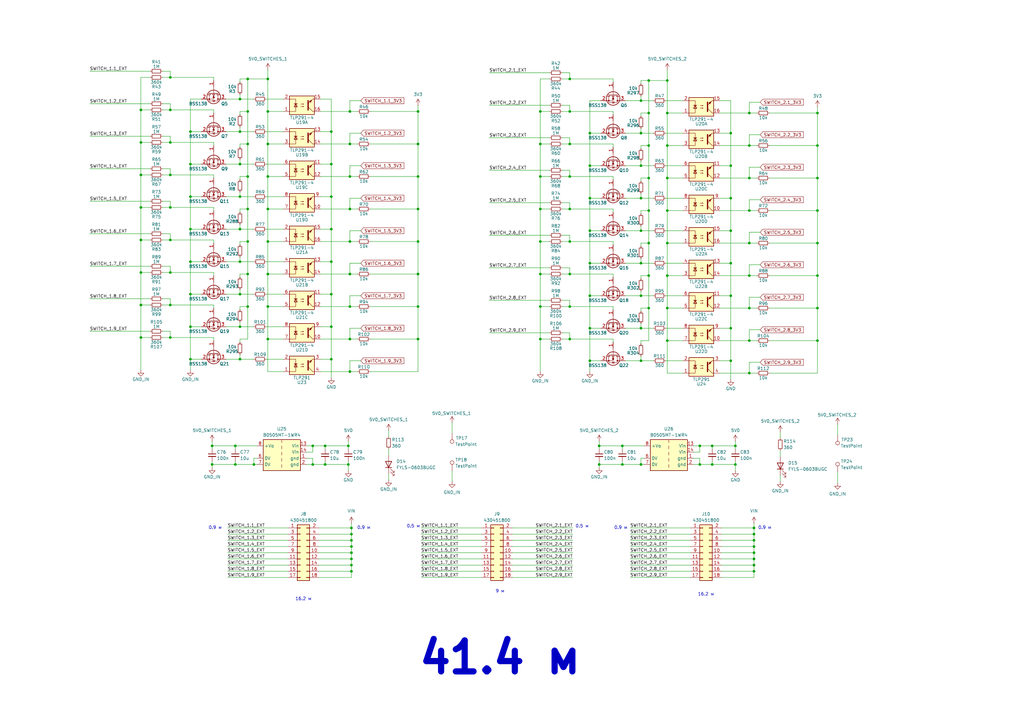
<source format=kicad_sch>
(kicad_sch (version 20231120) (generator "eeschema") (generator_version "8.0")
  (paper "A3")
  (junction (at 144.145 226.695))
  (junction (at 69.85 58.42))
  (junction (at 171.45 59.055))
  (junction (at 78.105 80.645))
  (junction (at 78.105 93.98))
  (junction (at 292.1 182.88))
  (junction (at 266.065 73.025))
  (junction (at 98.425 133.985))
  (junction (at 299.72 121.285))
  (junction (at 109.855 59.055))
  (junction (at 299.72 147.955))
  (junction (at 101.6 45.72))
  (junction (at 98.425 53.975))
  (junction (at 69.85 138.43))
  (junction (at 135.89 93.98))
  (junction (at 266.065 113.03))
  (junction (at 241.935 107.95))
  (junction (at 299.72 54.61))
  (junction (at 78.105 53.975))
  (junction (at 98.425 93.98))
  (junction (at 309.245 226.695))
  (junction (at 292.1 190.5))
  (junction (at 171.45 99.06))
  (junction (at 241.935 94.615))
  (junction (at 262.89 134.62))
  (junction (at 57.785 111.76))
  (junction (at 143.51 99.06))
  (junction (at 221.615 99.06))
  (junction (at 335.28 139.7))
  (junction (at 69.85 98.425))
  (junction (at 109.855 32.385))
  (junction (at 241.935 147.955))
  (junction (at 307.34 139.7))
  (junction (at 98.425 147.32))
  (junction (at 96.52 182.88))
  (junction (at 335.28 59.69))
  (junction (at 101.6 125.73))
  (junction (at 233.68 59.055))
  (junction (at 144.145 221.615))
  (junction (at 335.28 126.365))
  (junction (at 266.065 86.36))
  (junction (at 133.35 190.5))
  (junction (at 233.68 72.39))
  (junction (at 233.68 139.065))
  (junction (at 221.615 112.395))
  (junction (at 262.89 121.285))
  (junction (at 309.245 229.235))
  (junction (at 221.615 45.72))
  (junction (at 98.425 80.645))
  (junction (at 171.45 112.395))
  (junction (at 86.995 182.88))
  (junction (at 307.34 73.025))
  (junction (at 69.85 85.09))
  (junction (at 262.89 54.61))
  (junction (at 299.72 67.945))
  (junction (at 273.685 126.365))
  (junction (at 273.685 46.355))
  (junction (at 221.615 85.725))
  (junction (at 143.51 59.055))
  (junction (at 142.875 190.5))
  (junction (at 262.89 81.28))
  (junction (at 335.28 99.695))
  (junction (at 307.34 46.355))
  (junction (at 299.72 107.95))
  (junction (at 273.685 59.69))
  (junction (at 287.02 190.5))
  (junction (at 262.89 94.615))
  (junction (at 135.89 107.315))
  (junction (at 273.685 86.36))
  (junction (at 78.105 67.31))
  (junction (at 273.685 139.7))
  (junction (at 241.935 121.285))
  (junction (at 57.785 58.42))
  (junction (at 262.89 147.955))
  (junction (at 135.89 120.65))
  (junction (at 171.45 45.72))
  (junction (at 78.105 133.985))
  (junction (at 98.425 40.64))
  (junction (at 101.6 112.395))
  (junction (at 142.875 182.88))
  (junction (at 109.855 85.725))
  (junction (at 241.935 54.61))
  (junction (at 143.51 152.4))
  (junction (at 273.685 113.03))
  (junction (at 143.51 72.39))
  (junction (at 133.35 182.88))
  (junction (at 101.6 85.725))
  (junction (at 309.245 221.615))
  (junction (at 135.89 133.985))
  (junction (at 299.72 94.615))
  (junction (at 309.245 219.075))
  (junction (at 86.995 190.5))
  (junction (at 98.425 120.65))
  (junction (at 101.6 59.055))
  (junction (at 109.855 139.065))
  (junction (at 135.89 80.645))
  (junction (at 221.615 139.065))
  (junction (at 143.51 45.72))
  (junction (at 144.145 224.155))
  (junction (at 144.145 231.775))
  (junction (at 233.68 85.725))
  (junction (at 78.105 120.65))
  (junction (at 128.27 190.5))
  (junction (at 335.28 113.03))
  (junction (at 57.785 71.755))
  (junction (at 98.425 67.31))
  (junction (at 143.51 112.395))
  (junction (at 262.89 107.95))
  (junction (at 144.145 234.315))
  (junction (at 309.245 216.535))
  (junction (at 221.615 59.055))
  (junction (at 241.935 81.28))
  (junction (at 299.72 134.62))
  (junction (at 299.72 81.28))
  (junction (at 266.065 99.695))
  (junction (at 109.855 45.72))
  (junction (at 262.89 67.945))
  (junction (at 171.45 85.725))
  (junction (at 57.785 125.095))
  (junction (at 301.625 182.88))
  (junction (at 301.625 190.5))
  (junction (at 245.745 182.88))
  (junction (at 233.68 112.395))
  (junction (at 307.34 126.365))
  (junction (at 262.89 41.275))
  (junction (at 171.45 125.73))
  (junction (at 57.785 98.425))
  (junction (at 143.51 139.065))
  (junction (at 78.105 107.315))
  (junction (at 144.145 229.235))
  (junction (at 221.615 72.39))
  (junction (at 309.245 231.775))
  (junction (at 273.685 99.695))
  (junction (at 273.685 33.02))
  (junction (at 109.855 112.395))
  (junction (at 307.34 99.695))
  (junction (at 69.85 45.085))
  (junction (at 266.065 126.365))
  (junction (at 171.45 139.065))
  (junction (at 101.6 72.39))
  (junction (at 109.855 125.73))
  (junction (at 109.855 99.06))
  (junction (at 128.27 182.88))
  (junction (at 69.85 71.755))
  (junction (at 143.51 125.73))
  (junction (at 241.935 134.62))
  (junction (at 135.89 147.32))
  (junction (at 233.68 125.73))
  (junction (at 233.68 99.06))
  (junction (at 273.685 73.025))
  (junction (at 307.34 113.03))
  (junction (at 309.245 234.315))
  (junction (at 143.51 85.725))
  (junction (at 307.34 86.36))
  (junction (at 57.785 85.09))
  (junction (at 171.45 72.39))
  (junction (at 96.52 190.5))
  (junction (at 266.065 33.02))
  (junction (at 233.68 45.72))
  (junction (at 287.02 182.88))
  (junction (at 101.6 99.06))
  (junction (at 255.27 182.88))
  (junction (at 98.425 107.315))
  (junction (at 144.145 219.075))
  (junction (at 101.6 32.385))
  (junction (at 57.785 138.43))
  (junction (at 266.065 46.355))
  (junction (at 335.28 86.36))
  (junction (at 57.785 45.085))
  (junction (at 69.85 111.76))
  (junction (at 233.68 32.385))
  (junction (at 255.27 190.5))
  (junction (at 262.89 190.5))
  (junction (at 104.14 190.5))
  (junction (at 135.89 53.975))
  (junction (at 309.245 224.155))
  (junction (at 109.855 72.39))
  (junction (at 78.105 147.32))
  (junction (at 335.28 46.355))
  (junction (at 335.28 73.025))
  (junction (at 266.065 59.69))
  (junction (at 245.745 190.5))
  (junction (at 307.34 59.69))
  (junction (at 144.145 216.535))
  (junction (at 69.85 31.75))
  (junction (at 69.85 125.095))
  (junction (at 221.615 125.73))
  (junction (at 307.34 153.035))
  (junction (at 135.89 67.31))
  (junction (at 241.935 67.945))
  (wire (pts (xy 143.51 112.395) (xy 143.51 107.95)))
  (wire (pts (xy 171.45 72.39) (xy 171.45 85.725)))
  (wire (pts (xy 284.48 185.42) (xy 287.02 185.42)))
  (wire (pts (xy 230.505 45.72) (xy 233.68 45.72)))
  (wire (pts (xy 307.34 126.365) (xy 310.515 126.365)))
  (wire (pts (xy 295.275 73.025) (xy 307.34 73.025)))
  (wire (pts (xy 98.425 107.315) (xy 104.14 107.315)))
  (wire (pts (xy 262.89 66.04) (xy 262.89 67.945)))
  (wire (pts (xy 301.625 189.23) (xy 301.625 190.5)))
  (wire (pts (xy 172.72 229.235) (xy 197.485 229.235)))
  (wire (pts (xy 233.68 99.06) (xy 251.46 99.06)))
  (wire (pts (xy 78.105 147.32) (xy 78.105 133.985)))
  (wire (pts (xy 258.445 234.315) (xy 283.21 234.315)))
  (wire (pts (xy 130.81 231.775) (xy 144.145 231.775)))
  (wire (pts (xy 109.855 85.725) (xy 109.855 99.06)))
  (wire (pts (xy 78.105 53.975) (xy 82.55 53.975)))
  (wire (pts (xy 241.935 67.945) (xy 241.935 54.61)))
  (wire (pts (xy 273.685 46.355) (xy 280.035 46.355)))
  (wire (pts (xy 273.685 126.365) (xy 273.685 139.7)))
  (wire (pts (xy 295.91 226.695) (xy 309.245 226.695)))
  (wire (pts (xy 292.1 182.88) (xy 292.1 184.15)))
  (wire (pts (xy 299.72 67.945) (xy 299.72 81.28)))
  (wire (pts (xy 262.89 39.37) (xy 262.89 41.275)))
  (wire (pts (xy 151.765 85.725) (xy 171.45 85.725)))
  (wire (pts (xy 230.505 123.19) (xy 233.68 123.19)))
  (wire (pts (xy 130.81 236.855) (xy 144.145 236.855)))
  (wire (pts (xy 273.685 46.355) (xy 273.685 59.69)))
  (wire (pts (xy 78.105 107.315) (xy 82.55 107.315)))
  (wire (pts (xy 309.245 231.775) (xy 309.245 234.315)))
  (wire (pts (xy 131.445 80.645) (xy 135.89 80.645)))
  (wire (pts (xy 104.14 187.96) (xy 105.41 187.96)))
  (wire (pts (xy 262.89 187.96) (xy 262.89 190.5)))
  (wire (pts (xy 98.425 113.665) (xy 98.425 112.395)))
  (wire (pts (xy 172.72 216.535) (xy 197.485 216.535)))
  (wire (pts (xy 245.745 182.88) (xy 245.745 184.15)))
  (wire (pts (xy 101.6 125.73) (xy 101.6 139.065)))
  (wire (pts (xy 221.615 99.06) (xy 225.425 99.06)))
  (wire (pts (xy 87.63 99.695) (xy 87.63 98.425)))
  (wire (pts (xy 230.505 139.065) (xy 233.68 139.065)))
  (wire (pts (xy 233.68 56.515) (xy 233.68 59.055)))
  (wire (pts (xy 295.91 231.775) (xy 309.245 231.775)))
  (wire (pts (xy 144.145 221.615) (xy 144.145 224.155)))
  (wire (pts (xy 82.55 80.645) (xy 78.105 80.645)))
  (wire (pts (xy 255.27 189.23) (xy 255.27 190.5)))
  (wire (pts (xy 131.445 147.32) (xy 135.89 147.32)))
  (wire (pts (xy 98.425 59.055) (xy 101.6 59.055)))
  (wire (pts (xy 233.68 59.055) (xy 251.46 59.055)))
  (wire (pts (xy 125.73 187.96) (xy 128.27 187.96)))
  (wire (pts (xy 143.51 152.4) (xy 143.51 147.955)))
  (wire (pts (xy 295.91 216.535) (xy 309.245 216.535)))
  (wire (pts (xy 295.275 86.36) (xy 307.34 86.36)))
  (wire (pts (xy 262.89 106.045) (xy 262.89 107.95)))
  (wire (pts (xy 66.675 138.43) (xy 69.85 138.43)))
  (wire (pts (xy 221.615 45.72) (xy 225.425 45.72)))
  (wire (pts (xy 273.685 113.03) (xy 280.035 113.03)))
  (wire (pts (xy 130.81 234.315) (xy 144.145 234.315)))
  (wire (pts (xy 151.765 45.72) (xy 171.45 45.72)))
  (wire (pts (xy 262.89 73.025) (xy 266.065 73.025)))
  (wire (pts (xy 273.05 121.285) (xy 280.035 121.285)))
  (wire (pts (xy 98.425 140.335) (xy 98.425 139.065)))
  (wire (pts (xy 172.72 224.155) (xy 197.485 224.155)))
  (wire (pts (xy 273.05 134.62) (xy 280.035 134.62)))
  (wire (pts (xy 262.89 146.05) (xy 262.89 147.955)))
  (wire (pts (xy 98.425 46.99) (xy 98.425 45.72)))
  (wire (pts (xy 142.875 182.88) (xy 142.875 184.15)))
  (wire (pts (xy 82.55 147.32) (xy 78.105 147.32)))
  (wire (pts (xy 287.02 190.5) (xy 292.1 190.5)))
  (wire (pts (xy 57.785 98.425) (xy 57.785 111.76)))
  (wire (pts (xy 93.345 236.855) (xy 118.11 236.855)))
  (wire (pts (xy 262.89 126.365) (xy 266.065 126.365)))
  (wire (pts (xy 109.855 112.395) (xy 109.855 125.73)))
  (wire (pts (xy 66.675 45.085) (xy 69.85 45.085)))
  (wire (pts (xy 98.425 118.745) (xy 98.425 120.65)))
  (wire (pts (xy 135.89 107.315) (xy 135.89 120.65)))
  (wire (pts (xy 301.625 190.5) (xy 301.625 193.04)))
  (wire (pts (xy 200.66 29.845) (xy 225.425 29.845)))
  (wire (pts (xy 335.28 46.355) (xy 335.28 59.69)))
  (wire (pts (xy 57.785 31.75) (xy 61.595 31.75)))
  (wire (pts (xy 233.68 139.065) (xy 251.46 139.065)))
  (wire (pts (xy 98.425 125.73) (xy 101.6 125.73)))
  (wire (pts (xy 96.52 189.23) (xy 96.52 190.5)))
  (wire (pts (xy 66.675 135.89) (xy 69.85 135.89)))
  (wire (pts (xy 251.46 100.33) (xy 251.46 99.06)))
  (wire (pts (xy 233.68 136.525) (xy 233.68 139.065)))
  (wire (pts (xy 262.89 140.97) (xy 262.89 139.7)))
  (wire (pts (xy 335.28 126.365) (xy 335.28 139.7)))
  (wire (pts (xy 200.66 56.515) (xy 225.425 56.515)))
  (wire (pts (xy 241.935 94.615) (xy 246.38 94.615)))
  (wire (pts (xy 266.065 99.695) (xy 266.065 113.03)))
  (wire (pts (xy 104.14 187.96) (xy 104.14 190.5)))
  (wire (pts (xy 241.935 54.61) (xy 241.935 41.275)))
  (wire (pts (xy 256.54 121.285) (xy 262.89 121.285)))
  (wire (pts (xy 245.745 180.975) (xy 245.745 182.88)))
  (wire (pts (xy 200.66 83.185) (xy 225.425 83.185)))
  (wire (pts (xy 255.27 182.88) (xy 255.27 184.15)))
  (wire (pts (xy 98.425 32.385) (xy 101.6 32.385)))
  (wire (pts (xy 78.105 147.32) (xy 78.105 151.765)))
  (wire (pts (xy 57.785 45.085) (xy 61.595 45.085)))
  (wire (pts (xy 299.72 94.615) (xy 299.72 107.95)))
  (wire (pts (xy 273.685 28.575) (xy 273.685 33.02)))
  (wire (pts (xy 273.05 107.95) (xy 280.035 107.95)))
  (wire (pts (xy 66.675 29.21) (xy 69.85 29.21)))
  (wire (pts (xy 144.145 226.695) (xy 144.145 229.235)))
  (wire (pts (xy 36.83 109.22) (xy 61.595 109.22)))
  (wire (pts (xy 307.34 99.695) (xy 307.34 95.25)))
  (wire (pts (xy 98.425 120.65) (xy 104.14 120.65)))
  (wire (pts (xy 135.89 120.65) (xy 135.89 133.985)))
  (wire (pts (xy 109.855 45.72) (xy 116.205 45.72)))
  (wire (pts (xy 230.505 83.185) (xy 233.68 83.185)))
  (wire (pts (xy 98.425 78.74) (xy 98.425 80.645)))
  (wire (pts (xy 143.51 125.73) (xy 143.51 121.285)))
  (wire (pts (xy 151.765 112.395) (xy 171.45 112.395)))
  (wire (pts (xy 93.345 221.615) (xy 118.11 221.615)))
  (wire (pts (xy 299.72 134.62) (xy 299.72 147.955)))
  (wire (pts (xy 287.02 187.96) (xy 287.02 190.5)))
  (wire (pts (xy 256.54 54.61) (xy 262.89 54.61)))
  (wire (pts (xy 109.855 139.065) (xy 116.205 139.065)))
  (wire (pts (xy 98.425 80.645) (xy 104.14 80.645)))
  (wire (pts (xy 69.85 31.75) (xy 87.63 31.75)))
  (wire (pts (xy 133.35 189.23) (xy 133.35 190.5)))
  (wire (pts (xy 135.89 133.985) (xy 135.89 147.32)))
  (wire (pts (xy 98.425 99.06) (xy 101.6 99.06)))
  (wire (pts (xy 315.595 153.035) (xy 335.28 153.035)))
  (wire (pts (xy 109.855 72.39) (xy 109.855 85.725)))
  (wire (pts (xy 307.34 108.585) (xy 311.785 108.585)))
  (wire (pts (xy 143.51 152.4) (xy 146.685 152.4)))
  (wire (pts (xy 57.785 125.095) (xy 57.785 138.43)))
  (wire (pts (xy 86.995 180.975) (xy 86.995 182.88)))
  (wire (pts (xy 309.245 226.695) (xy 309.245 229.235)))
  (wire (pts (xy 87.63 126.365) (xy 87.63 125.095)))
  (wire (pts (xy 245.745 189.23) (xy 245.745 190.5)))
  (wire (pts (xy 78.105 133.985) (xy 78.105 120.65)))
  (wire (pts (xy 92.71 40.64) (xy 98.425 40.64)))
  (wire (pts (xy 262.89 190.5) (xy 264.16 190.5)))
  (wire (pts (xy 128.27 182.88) (xy 133.35 182.88)))
  (wire (pts (xy 262.89 121.285) (xy 267.97 121.285)))
  (wire (pts (xy 266.065 113.03) (xy 266.065 126.365)))
  (wire (pts (xy 82.55 133.985) (xy 78.105 133.985)))
  (wire (pts (xy 262.89 147.955) (xy 267.97 147.955)))
  (wire (pts (xy 36.83 135.89) (xy 61.595 135.89)))
  (wire (pts (xy 292.1 182.88) (xy 301.625 182.88)))
  (wire (pts (xy 66.675 95.885) (xy 69.85 95.885)))
  (wire (pts (xy 143.51 45.72) (xy 143.51 41.275)))
  (wire (pts (xy 343.535 178.435) (xy 343.535 173.99)))
  (wire (pts (xy 93.345 229.235) (xy 118.11 229.235)))
  (wire (pts (xy 98.425 45.72) (xy 101.6 45.72)))
  (wire (pts (xy 246.38 134.62) (xy 241.935 134.62)))
  (wire (pts (xy 262.89 113.03) (xy 266.065 113.03)))
  (wire (pts (xy 131.445 139.065) (xy 143.51 139.065)))
  (wire (pts (xy 109.855 152.4) (xy 116.205 152.4)))
  (wire (pts (xy 307.34 139.7) (xy 310.515 139.7)))
  (wire (pts (xy 87.63 59.69) (xy 87.63 58.42)))
  (wire (pts (xy 143.51 99.06) (xy 143.51 94.615)))
  (wire (pts (xy 256.54 134.62) (xy 262.89 134.62)))
  (wire (pts (xy 69.85 29.21) (xy 69.85 31.75)))
  (wire (pts (xy 273.685 73.025) (xy 273.685 86.36)))
  (wire (pts (xy 151.765 152.4) (xy 171.45 152.4)))
  (wire (pts (xy 57.785 125.095) (xy 61.595 125.095)))
  (wire (pts (xy 262.89 99.695) (xy 266.065 99.695)))
  (wire (pts (xy 98.425 145.415) (xy 98.425 147.32)))
  (wire (pts (xy 335.28 86.36) (xy 335.28 99.695)))
  (wire (pts (xy 66.675 125.095) (xy 69.85 125.095)))
  (wire (pts (xy 292.1 190.5) (xy 301.625 190.5)))
  (wire (pts (xy 230.505 96.52) (xy 233.68 96.52)))
  (wire (pts (xy 307.34 135.255) (xy 311.785 135.255)))
  (wire (pts (xy 143.51 94.615) (xy 147.955 94.615)))
  (wire (pts (xy 151.765 139.065) (xy 171.45 139.065)))
  (wire (pts (xy 78.105 93.98) (xy 82.55 93.98)))
  (wire (pts (xy 307.34 73.025) (xy 307.34 68.58)))
  (wire (pts (xy 255.27 190.5) (xy 262.89 190.5)))
  (wire (pts (xy 245.745 182.88) (xy 255.27 182.88)))
  (wire (pts (xy 109.22 67.31) (xy 116.205 67.31)))
  (wire (pts (xy 273.685 153.035) (xy 280.035 153.035)))
  (wire (pts (xy 98.425 100.33) (xy 98.425 99.06)))
  (wire (pts (xy 251.46 139.065) (xy 251.46 140.335)))
  (wire (pts (xy 185.42 177.8) (xy 185.42 173.355)))
  (wire (pts (xy 143.51 139.065) (xy 146.685 139.065)))
  (wire (pts (xy 233.68 109.855) (xy 233.68 112.395)))
  (wire (pts (xy 57.785 58.42) (xy 57.785 71.755)))
  (wire (pts (xy 57.785 98.425) (xy 61.595 98.425)))
  (wire (pts (xy 295.275 113.03) (xy 307.34 113.03)))
  (wire (pts (xy 69.85 42.545) (xy 69.85 45.085)))
  (wire (pts (xy 221.615 72.39) (xy 225.425 72.39)))
  (wire (pts (xy 273.685 59.69) (xy 280.035 59.69)))
  (wire (pts (xy 171.45 139.065) (xy 171.45 152.4)))
  (wire (pts (xy 262.89 59.69) (xy 266.065 59.69)))
  (wire (pts (xy 233.68 43.18) (xy 233.68 45.72)))
  (wire (pts (xy 69.85 71.755) (xy 87.63 71.755)))
  (wire (pts (xy 273.685 86.36) (xy 273.685 99.695)))
  (wire (pts (xy 307.34 46.355) (xy 307.34 41.91)))
  (wire (pts (xy 309.245 214.63) (xy 309.245 216.535)))
  (wire (pts (xy 171.45 99.06) (xy 171.45 112.395)))
  (wire (pts (xy 233.68 29.845) (xy 233.68 32.385)))
  (wire (pts (xy 98.425 86.995) (xy 98.425 85.725)))
  (wire (pts (xy 131.445 125.73) (xy 143.51 125.73)))
  (wire (pts (xy 258.445 216.535) (xy 283.21 216.535)))
  (wire (pts (xy 78.105 67.31) (xy 78.105 53.975)))
  (wire (pts (xy 307.34 121.92) (xy 311.785 121.92)))
  (wire (pts (xy 131.445 53.975) (xy 135.89 53.975)))
  (wire (pts (xy 287.02 182.88) (xy 292.1 182.88)))
  (wire (pts (xy 315.595 126.365) (xy 335.28 126.365)))
  (wire (pts (xy 69.85 55.88) (xy 69.85 58.42)))
  (wire (pts (xy 273.685 73.025) (xy 280.035 73.025)))
  (wire (pts (xy 86.995 190.5) (xy 96.52 190.5)))
  (wire (pts (xy 142.875 189.23) (xy 142.875 190.5)))
  (wire (pts (xy 87.63 113.03) (xy 87.63 111.76)))
  (wire (pts (xy 109.855 112.395) (xy 116.205 112.395)))
  (wire (pts (xy 101.6 59.055) (xy 101.6 72.39)))
  (wire (pts (xy 295.275 94.615) (xy 299.72 94.615)))
  (wire (pts (xy 233.68 112.395) (xy 251.46 112.395)))
  (wire (pts (xy 233.68 32.385) (xy 251.46 32.385)))
  (wire (pts (xy 135.89 53.975) (xy 135.89 67.31)))
  (wire (pts (xy 335.28 73.025) (xy 335.28 86.36)))
  (wire (pts (xy 109.22 133.985) (xy 116.205 133.985)))
  (wire (pts (xy 299.72 147.955) (xy 299.72 155.575)))
  (wire (pts (xy 200.66 136.525) (xy 225.425 136.525)))
  (wire (pts (xy 262.89 34.29) (xy 262.89 33.02)))
  (wire (pts (xy 273.05 41.275) (xy 280.035 41.275)))
  (wire (pts (xy 69.85 138.43) (xy 87.63 138.43)))
  (wire (pts (xy 284.48 190.5) (xy 287.02 190.5)))
  (wire (pts (xy 131.445 99.06) (xy 143.51 99.06)))
  (wire (pts (xy 36.83 42.545) (xy 61.595 42.545)))
  (wire (pts (xy 295.91 224.155) (xy 309.245 224.155)))
  (wire (pts (xy 69.85 111.76) (xy 87.63 111.76)))
  (wire (pts (xy 307.34 41.91) (xy 311.785 41.91)))
  (wire (pts (xy 295.275 126.365) (xy 307.34 126.365)))
  (wire (pts (xy 287.02 185.42) (xy 287.02 182.88)))
  (wire (pts (xy 258.445 221.615) (xy 283.21 221.615)))
  (wire (pts (xy 98.425 127) (xy 98.425 125.73)))
  (wire (pts (xy 78.105 120.65) (xy 78.105 107.315)))
  (wire (pts (xy 78.105 40.64) (xy 82.55 40.64)))
  (wire (pts (xy 93.345 224.155) (xy 118.11 224.155)))
  (wire (pts (xy 131.445 59.055) (xy 143.51 59.055)))
  (wire (pts (xy 241.935 147.955) (xy 241.935 134.62)))
  (wire (pts (xy 57.785 138.43) (xy 61.595 138.43)))
  (wire (pts (xy 93.345 234.315) (xy 118.11 234.315)))
  (wire (pts (xy 221.615 32.385) (xy 225.425 32.385)))
  (wire (pts (xy 144.145 219.075) (xy 144.145 221.615)))
  (wire (pts (xy 98.425 93.98) (xy 104.14 93.98)))
  (wire (pts (xy 258.445 226.695) (xy 283.21 226.695)))
  (wire (pts (xy 143.51 121.285) (xy 147.955 121.285)))
  (wire (pts (xy 130.81 216.535) (xy 144.145 216.535)))
  (wire (pts (xy 307.34 86.36) (xy 310.515 86.36)))
  (wire (pts (xy 130.81 219.075) (xy 144.145 219.075)))
  (wire (pts (xy 273.685 139.7) (xy 280.035 139.7)))
  (wire (pts (xy 109.22 107.315) (xy 116.205 107.315)))
  (wire (pts (xy 221.615 32.385) (xy 221.615 45.72)))
  (wire (pts (xy 144.145 229.235) (xy 144.145 231.775)))
  (wire (pts (xy 109.22 93.98) (xy 116.205 93.98)))
  (wire (pts (xy 143.51 41.275) (xy 147.955 41.275)))
  (wire (pts (xy 92.71 133.985) (xy 98.425 133.985)))
  (wire (pts (xy 299.72 121.285) (xy 299.72 134.62)))
  (wire (pts (xy 143.51 54.61) (xy 147.955 54.61)))
  (wire (pts (xy 130.81 229.235) (xy 144.145 229.235)))
  (wire (pts (xy 256.54 94.615) (xy 262.89 94.615)))
  (wire (pts (xy 230.505 56.515) (xy 233.68 56.515)))
  (wire (pts (xy 273.685 33.02) (xy 273.685 46.355)))
  (wire (pts (xy 69.85 109.22) (xy 69.85 111.76)))
  (wire (pts (xy 143.51 107.95) (xy 147.955 107.95)))
  (wire (pts (xy 262.89 74.295) (xy 262.89 73.025)))
  (wire (pts (xy 299.72 81.28) (xy 299.72 94.615)))
  (wire (pts (xy 230.505 72.39) (xy 233.68 72.39)))
  (wire (pts (xy 251.46 73.66) (xy 251.46 72.39)))
  (wire (pts (xy 295.275 134.62) (xy 299.72 134.62)))
  (wire (pts (xy 143.51 45.72) (xy 146.685 45.72)))
  (wire (pts (xy 258.445 229.235) (xy 283.21 229.235)))
  (wire (pts (xy 143.51 112.395) (xy 146.685 112.395)))
  (wire (pts (xy 171.45 45.72) (xy 171.45 59.055)))
  (wire (pts (xy 230.505 112.395) (xy 233.68 112.395)))
  (wire (pts (xy 309.245 234.315) (xy 309.245 236.855)))
  (wire (pts (xy 98.425 112.395) (xy 101.6 112.395)))
  (wire (pts (xy 241.935 134.62) (xy 241.935 121.285)))
  (wire (pts (xy 234.95 224.155) (xy 210.185 224.155)))
  (wire (pts (xy 133.35 182.88) (xy 133.35 184.15)))
  (wire (pts (xy 230.505 43.18) (xy 233.68 43.18)))
  (wire (pts (xy 69.85 125.095) (xy 87.63 125.095)))
  (wire (pts (xy 262.89 46.355) (xy 266.065 46.355)))
  (wire (pts (xy 92.71 53.975) (xy 98.425 53.975)))
  (wire (pts (xy 273.685 126.365) (xy 280.035 126.365)))
  (wire (pts (xy 266.065 73.025) (xy 266.065 86.36)))
  (wire (pts (xy 171.45 43.18) (xy 171.45 45.72)))
  (wire (pts (xy 109.855 99.06) (xy 109.855 112.395)))
  (wire (pts (xy 256.54 107.95) (xy 262.89 107.95)))
  (wire (pts (xy 172.72 234.315) (xy 197.485 234.315)))
  (wire (pts (xy 273.685 139.7) (xy 273.685 153.035)))
  (wire (pts (xy 241.935 107.95) (xy 241.935 94.615)))
  (wire (pts (xy 299.72 54.61) (xy 299.72 67.945)))
  (wire (pts (xy 299.72 107.95) (xy 299.72 121.285)))
  (wire (pts (xy 131.445 45.72) (xy 143.51 45.72)))
  (wire (pts (xy 295.91 234.315) (xy 309.245 234.315)))
  (wire (pts (xy 335.28 59.69) (xy 335.28 73.025)))
  (wire (pts (xy 143.51 99.06) (xy 146.685 99.06)))
  (wire (pts (xy 131.445 107.315) (xy 135.89 107.315)))
  (wire (pts (xy 109.855 125.73) (xy 116.205 125.73)))
  (wire (pts (xy 200.66 43.18) (xy 225.425 43.18)))
  (wire (pts (xy 96.52 182.88) (xy 96.52 184.15)))
  (wire (pts (xy 230.505 99.06) (xy 233.68 99.06)))
  (wire (pts (xy 258.445 224.155) (xy 283.21 224.155)))
  (wire (pts (xy 36.83 95.885) (xy 61.595 95.885)))
  (wire (pts (xy 256.54 81.28) (xy 262.89 81.28)))
  (wire (pts (xy 234.95 226.695) (xy 210.185 226.695)))
  (wire (pts (xy 66.675 98.425) (xy 69.85 98.425)))
  (wire (pts (xy 343.535 193.675) (xy 343.535 198.12)))
  (wire (pts (xy 98.425 38.735) (xy 98.425 40.64)))
  (wire (pts (xy 87.63 73.025) (xy 87.63 71.755)))
  (wire (pts (xy 221.615 99.06) (xy 221.615 112.395)))
  (wire (pts (xy 273.685 59.69) (xy 273.685 73.025)))
  (wire (pts (xy 221.615 45.72) (xy 221.615 59.055)))
  (wire (pts (xy 266.065 33.02) (xy 266.065 46.355)))
  (wire (pts (xy 307.34 68.58) (xy 311.785 68.58)))
  (wire (pts (xy 262.89 41.275) (xy 267.97 41.275)))
  (wire (pts (xy 131.445 72.39) (xy 143.51 72.39)))
  (wire (pts (xy 320.04 177.165) (xy 320.04 179.705)))
  (wire (pts (xy 262.89 67.945) (xy 267.97 67.945)))
  (wire (pts (xy 295.275 147.955) (xy 299.72 147.955)))
  (wire (pts (xy 78.105 80.645) (xy 78.105 67.31)))
  (wire (pts (xy 234.95 221.615) (xy 210.185 221.615)))
  (wire (pts (xy 301.625 182.88) (xy 301.625 184.15)))
  (wire (pts (xy 258.445 236.855) (xy 283.21 236.855)))
  (wire (pts (xy 98.425 92.075) (xy 98.425 93.98)))
  (wire (pts (xy 101.6 32.385) (xy 101.6 45.72)))
  (wire (pts (xy 57.785 71.755) (xy 57.785 85.09)))
  (wire (pts (xy 57.785 45.085) (xy 57.785 58.42)))
  (wire (pts (xy 307.34 55.245) (xy 311.785 55.245)))
  (wire (pts (xy 295.275 139.7) (xy 307.34 139.7)))
  (wire (pts (xy 78.105 93.98) (xy 78.105 80.645)))
  (wire (pts (xy 87.63 138.43) (xy 87.63 139.7)))
  (wire (pts (xy 307.34 139.7) (xy 307.34 135.255)))
  (wire (pts (xy 251.46 33.655) (xy 251.46 32.385)))
  (wire (pts (xy 309.245 224.155) (xy 309.245 226.695)))
  (wire (pts (xy 273.05 94.615) (xy 280.035 94.615)))
  (wire (pts (xy 233.68 85.725) (xy 251.46 85.725)))
  (wire (pts (xy 241.935 41.275) (xy 246.38 41.275)))
  (wire (pts (xy 66.675 31.75) (xy 69.85 31.75)))
  (wire (pts (xy 143.51 59.055) (xy 146.685 59.055)))
  (wire (pts (xy 273.685 33.02) (xy 266.065 33.02)))
  (wire (pts (xy 266.065 86.36) (xy 266.065 99.695)))
  (wire (pts (xy 307.34 126.365) (xy 307.34 121.92)))
  (wire (pts (xy 135.89 93.98) (xy 135.89 107.315)))
  (wire (pts (xy 96.52 190.5) (xy 104.14 190.5)))
  (wire (pts (xy 159.385 184.15) (xy 159.385 186.69)))
  (wire (pts (xy 36.83 82.55) (xy 61.595 82.55)))
  (wire (pts (xy 262.89 79.375) (xy 262.89 81.28)))
  (wire (pts (xy 109.22 53.975) (xy 116.205 53.975)))
  (wire (pts (xy 307.34 153.035) (xy 307.34 148.59)))
  (wire (pts (xy 109.855 59.055) (xy 116.205 59.055)))
  (wire (pts (xy 57.785 71.755) (xy 61.595 71.755)))
  (wire (pts (xy 295.91 219.075) (xy 309.245 219.075)))
  (wire (pts (xy 335.28 43.815) (xy 335.28 46.355)))
  (wire (pts (xy 98.425 67.31) (xy 104.14 67.31)))
  (wire (pts (xy 36.83 29.21) (xy 61.595 29.21)))
  (wire (pts (xy 128.27 185.42) (xy 128.27 182.88)))
  (wire (pts (xy 309.245 229.235) (xy 309.245 231.775)))
  (wire (pts (xy 101.6 112.395) (xy 101.6 125.73)))
  (wire (pts (xy 144.145 214.63) (xy 144.145 216.535)))
  (wire (pts (xy 234.95 234.315) (xy 210.185 234.315)))
  (wire (pts (xy 98.425 85.725) (xy 101.6 85.725)))
  (wire (pts (xy 57.785 31.75) (xy 57.785 45.085)))
  (wire (pts (xy 251.46 60.325) (xy 251.46 59.055)))
  (wire (pts (xy 109.855 59.055) (xy 109.855 72.39)))
  (wire (pts (xy 315.595 139.7) (xy 335.28 139.7)))
  (wire (pts (xy 133.35 190.5) (xy 142.875 190.5)))
  (wire (pts (xy 98.425 40.64) (xy 104.14 40.64)))
  (wire (pts (xy 241.935 67.945) (xy 246.38 67.945)))
  (wire (pts (xy 230.505 32.385) (xy 233.68 32.385)))
  (wire (pts (xy 57.785 138.43) (xy 57.785 151.765)))
  (wire (pts (xy 221.615 125.73) (xy 225.425 125.73)))
  (wire (pts (xy 245.745 190.5) (xy 245.745 191.77)))
  (wire (pts (xy 151.765 72.39) (xy 171.45 72.39)))
  (wire (pts (xy 246.38 81.28) (xy 241.935 81.28)))
  (wire (pts (xy 92.71 107.315) (xy 98.425 107.315)))
  (wire (pts (xy 233.68 45.72) (xy 251.46 45.72)))
  (wire (pts (xy 335.28 139.7) (xy 335.28 153.035)))
  (wire (pts (xy 230.505 69.85) (xy 233.68 69.85)))
  (wire (pts (xy 130.81 224.155) (xy 144.145 224.155)))
  (wire (pts (xy 221.615 72.39) (xy 221.615 85.725)))
  (wire (pts (xy 262.89 33.02) (xy 266.065 33.02)))
  (wire (pts (xy 98.425 133.985) (xy 104.14 133.985)))
  (wire (pts (xy 86.995 189.23) (xy 86.995 190.5)))
  (wire (pts (xy 36.83 69.215) (xy 61.595 69.215)))
  (wire (pts (xy 109.22 147.32) (xy 116.205 147.32)))
  (wire (pts (xy 57.785 85.09) (xy 57.785 98.425)))
  (wire (pts (xy 200.66 123.19) (xy 225.425 123.19)))
  (wire (pts (xy 234.95 236.855) (xy 210.185 236.855)))
  (wire (pts (xy 131.445 93.98) (xy 135.89 93.98)))
  (wire (pts (xy 273.05 81.28) (xy 280.035 81.28)))
  (wire (pts (xy 93.345 226.695) (xy 118.11 226.695)))
  (wire (pts (xy 69.85 98.425) (xy 87.63 98.425)))
  (wire (pts (xy 86.995 182.88) (xy 96.52 182.88)))
  (wire (pts (xy 92.71 80.645) (xy 98.425 80.645)))
  (wire (pts (xy 315.595 46.355) (xy 335.28 46.355)))
  (wire (pts (xy 101.6 45.72) (xy 101.6 59.055)))
  (wire (pts (xy 101.6 72.39) (xy 101.6 85.725)))
  (wire (pts (xy 262.89 107.95) (xy 267.97 107.95)))
  (wire (pts (xy 66.675 122.555) (xy 69.85 122.555)))
  (wire (pts (xy 109.855 32.385) (xy 109.855 45.72)))
  (wire (pts (xy 144.145 231.775) (xy 144.145 234.315)))
  (wire (pts (xy 143.51 147.955) (xy 147.955 147.955)))
  (wire (pts (xy 309.245 219.075) (xy 309.245 221.615)))
  (wire (pts (xy 230.505 125.73) (xy 233.68 125.73)))
  (wire (pts (xy 66.675 69.215) (xy 69.85 69.215)))
  (wire (pts (xy 69.85 69.215) (xy 69.85 71.755)))
  (wire (pts (xy 98.425 72.39) (xy 101.6 72.39)))
  (wire (pts (xy 233.68 83.185) (xy 233.68 85.725)))
  (wire (pts (xy 262.89 60.96) (xy 262.89 59.69)))
  (wire (pts (xy 172.72 231.775) (xy 197.485 231.775)))
  (wire (pts (xy 109.855 32.385) (xy 101.6 32.385)))
  (wire (pts (xy 98.425 132.08) (xy 98.425 133.985)))
  (wire (pts (xy 233.68 72.39) (xy 251.46 72.39)))
  (wire (pts (xy 109.855 125.73) (xy 109.855 139.065)))
  (wire (pts (xy 234.95 229.235) (xy 210.185 229.235)))
  (wire (pts (xy 130.81 226.695) (xy 144.145 226.695)))
  (wire (pts (xy 143.51 85.725) (xy 143.51 81.28)))
  (wire (pts (xy 251.46 127) (xy 251.46 125.73)))
  (wire (pts (xy 98.425 73.66) (xy 98.425 72.39)))
  (wire (pts (xy 96.52 182.88) (xy 105.41 182.88)))
  (wire (pts (xy 295.275 41.275) (xy 299.72 41.275)))
  (wire (pts (xy 131.445 152.4) (xy 143.51 152.4)))
  (wire (pts (xy 36.83 122.555) (xy 61.595 122.555)))
  (wire (pts (xy 159.385 176.53) (xy 159.385 179.07)))
  (wire (pts (xy 135.89 40.64) (xy 135.89 53.975)))
  (wire (pts (xy 104.14 190.5) (xy 105.41 190.5)))
  (wire (pts (xy 143.51 72.39) (xy 143.51 67.945)))
  (wire (pts (xy 131.445 120.65) (xy 135.89 120.65)))
  (wire (pts (xy 221.615 59.055) (xy 225.425 59.055)))
  (wire (pts (xy 234.95 216.535) (xy 210.185 216.535)))
  (wire (pts (xy 171.45 59.055) (xy 171.45 72.39)))
  (wire (pts (xy 144.145 216.535) (xy 144.145 219.075)))
  (wire (pts (xy 98.425 147.32) (xy 104.14 147.32)))
  (wire (pts (xy 109.855 99.06) (xy 116.205 99.06)))
  (wire (pts (xy 262.89 132.715) (xy 262.89 134.62)))
  (wire (pts (xy 335.28 99.695) (xy 335.28 113.03)))
  (wire (pts (xy 256.54 147.955) (xy 262.89 147.955)))
  (wire (pts (xy 256.54 41.275) (xy 262.89 41.275)))
  (wire (pts (xy 307.34 99.695) (xy 310.515 99.695)))
  (wire (pts (xy 101.6 99.06) (xy 101.6 112.395)))
  (wire (pts (xy 101.6 85.725) (xy 101.6 99.06)))
  (wire (pts (xy 133.35 182.88) (xy 142.875 182.88)))
  (wire (pts (xy 262.89 52.705) (xy 262.89 54.61)))
  (wire (pts (xy 241.935 81.28) (xy 241.935 67.945)))
  (wire (pts (xy 262.89 47.625) (xy 262.89 46.355)))
  (wire (pts (xy 273.685 86.36) (xy 280.035 86.36)))
  (wire (pts (xy 135.89 67.31) (xy 135.89 80.645)))
  (wire (pts (xy 142.875 190.5) (xy 142.875 193.04)))
  (wire (pts (xy 230.505 29.845) (xy 233.68 29.845)))
  (wire (pts (xy 262.89 134.62) (xy 267.97 134.62)))
  (wire (pts (xy 98.425 33.655) (xy 98.425 32.385)))
  (wire (pts (xy 262.89 87.63) (xy 262.89 86.36)))
  (wire (pts (xy 69.85 85.09) (xy 87.63 85.09)))
  (wire (pts (xy 69.85 122.555) (xy 69.85 125.095)))
  (wire (pts (xy 307.34 59.69) (xy 310.515 59.69)))
  (wire (pts (xy 151.765 125.73) (xy 171.45 125.73)))
  (wire (pts (xy 295.91 236.855) (xy 309.245 236.855)))
  (wire (pts (xy 221.615 85.725) (xy 221.615 99.06)))
  (wire (pts (xy 307.34 59.69) (xy 307.34 55.245)))
  (wire (pts (xy 266.065 126.365) (xy 266.065 139.7)))
  (wire (pts (xy 36.83 55.88) (xy 61.595 55.88)))
  (wire (pts (xy 98.425 65.405) (xy 98.425 67.31)))
  (wire (pts (xy 109.22 80.645) (xy 116.205 80.645)))
  (wire (pts (xy 151.765 99.06) (xy 171.45 99.06)))
  (wire (pts (xy 66.675 82.55) (xy 69.85 82.55)))
  (wire (pts (xy 273.05 147.955) (xy 280.035 147.955)))
  (wire (pts (xy 295.275 81.28) (xy 299.72 81.28)))
  (wire (pts (xy 200.66 96.52) (xy 225.425 96.52)))
  (wire (pts (xy 109.855 85.725) (xy 116.205 85.725)))
  (wire (pts (xy 315.595 99.695) (xy 335.28 99.695)))
  (wire (pts (xy 255.27 182.88) (xy 264.16 182.88)))
  (wire (pts (xy 221.615 112.395) (xy 225.425 112.395)))
  (wire (pts (xy 262.89 114.3) (xy 262.89 113.03)))
  (wire (pts (xy 57.785 58.42) (xy 61.595 58.42)))
  (wire (pts (xy 78.105 120.65) (xy 82.55 120.65)))
  (wire (pts (xy 143.51 81.28) (xy 147.955 81.28)))
  (wire (pts (xy 172.72 221.615) (xy 197.485 221.615)))
  (wire (pts (xy 143.51 125.73) (xy 146.685 125.73)))
  (wire (pts (xy 98.425 53.975) (xy 104.14 53.975)))
  (wire (pts (xy 309.245 216.535) (xy 309.245 219.075)))
  (wire (pts (xy 262.89 92.71) (xy 262.89 94.615)))
  (wire (pts (xy 262.89 94.615) (xy 267.97 94.615)))
  (wire (pts (xy 131.445 112.395) (xy 143.51 112.395)))
  (wire (pts (xy 230.505 85.725) (xy 233.68 85.725)))
  (wire (pts (xy 125.73 182.88) (xy 128.27 182.88)))
  (wire (pts (xy 135.89 147.32) (xy 135.89 154.94)))
  (wire (pts (xy 57.785 111.76) (xy 61.595 111.76)))
  (wire (pts (xy 233.68 96.52) (xy 233.68 99.06)))
  (wire (pts (xy 92.71 147.32) (xy 98.425 147.32)))
  (wire (pts (xy 251.46 86.995) (xy 251.46 85.725)))
  (wire (pts (xy 66.675 55.88) (xy 69.85 55.88)))
  (wire (pts (xy 221.615 85.725) (xy 225.425 85.725)))
  (wire (pts (xy 66.675 58.42) (xy 69.85 58.42)))
  (wire (pts (xy 109.855 139.065) (xy 109.855 152.4)))
  (wire (pts (xy 295.275 99.695) (xy 307.34 99.695)))
  (wire (pts (xy 135.89 80.645) (xy 135.89 93.98)))
  (wire (pts (xy 295.275 59.69) (xy 307.34 59.69)))
  (wire (pts (xy 69.85 58.42) (xy 87.63 58.42)))
  (wire (pts (xy 307.34 46.355) (xy 310.515 46.355)))
  (wire (pts (xy 245.745 190.5) (xy 255.27 190.5)))
  (wire (pts (xy 307.34 81.915) (xy 311.785 81.915)))
  (wire (pts (xy 78.105 67.31) (xy 82.55 67.31)))
  (wire (pts (xy 307.34 113.03) (xy 307.34 108.585)))
  (wire (pts (xy 69.85 95.885) (xy 69.85 98.425)))
  (wire (pts (xy 273.685 99.695) (xy 273.685 113.03)))
  (wire (pts (xy 251.46 113.665) (xy 251.46 112.395)))
  (wire (pts (xy 200.66 109.855) (xy 225.425 109.855)))
  (wire (pts (xy 335.28 113.03) (xy 335.28 126.365)))
  (wire (pts (xy 295.275 67.945) (xy 299.72 67.945)))
  (wire (pts (xy 262.89 119.38) (xy 262.89 121.285)))
  (wire (pts (xy 143.51 67.945) (xy 147.955 67.945)))
  (wire (pts (xy 292.1 189.23) (xy 292.1 190.5)))
  (wire (pts (xy 128.27 190.5) (xy 133.35 190.5)))
  (wire (pts (xy 69.85 135.89) (xy 69.85 138.43)))
  (wire (pts (xy 92.71 120.65) (xy 98.425 120.65)))
  (wire (pts (xy 315.595 59.69) (xy 335.28 59.69)))
  (wire (pts (xy 307.34 113.03) (xy 310.515 113.03)))
  (wire (pts (xy 230.505 59.055) (xy 233.68 59.055)))
  (wire (pts (xy 307.34 73.025) (xy 310.515 73.025)))
  (wire (pts (xy 273.685 99.695) (xy 280.035 99.695)))
  (wire (pts (xy 315.595 73.025) (xy 335.28 73.025)))
  (wire (pts (xy 262.89 86.36) (xy 266.065 86.36)))
  (wire (pts (xy 66.675 109.22) (xy 69.85 109.22)))
  (wire (pts (xy 172.72 236.855) (xy 197.485 236.855)))
  (wire (pts (xy 131.445 85.725) (xy 143.51 85.725)))
  (wire (pts (xy 251.46 46.99) (xy 251.46 45.72)))
  (wire (pts (xy 143.51 85.725) (xy 146.685 85.725)))
  (wire (pts (xy 273.05 67.945) (xy 280.035 67.945)))
  (wire (pts (xy 295.275 153.035) (xy 307.34 153.035)))
  (wire (pts (xy 151.765 59.055) (xy 171.45 59.055)))
  (wire (pts (xy 320.04 194.945) (xy 320.04 197.485)))
  (wire (pts (xy 98.425 139.065) (xy 101.6 139.065)))
  (wire (pts (xy 309.245 221.615) (xy 309.245 224.155)))
  (wire (pts (xy 284.48 187.96) (xy 287.02 187.96)))
  (wire (pts (xy 93.345 231.775) (xy 118.11 231.775)))
  (wire (pts (xy 230.505 136.525) (xy 233.68 136.525)))
  (wire (pts (xy 142.875 180.975) (xy 142.875 182.88)))
  (wire (pts (xy 143.51 134.62) (xy 147.955 134.62)))
  (wire (pts (xy 221.615 59.055) (xy 221.615 72.39)))
  (wire (pts (xy 86.995 190.5) (xy 86.995 191.77)))
  (wire (pts (xy 262.89 100.965) (xy 262.89 99.695)))
  (wire (pts (xy 109.22 40.64) (xy 116.205 40.64)))
  (wire (pts (xy 241.935 94.615) (xy 241.935 81.28)))
  (wire (pts (xy 301.625 180.975) (xy 301.625 182.88)))
  (wire (pts (xy 273.685 113.03) (xy 273.685 126.365)))
  (wire (pts (xy 87.63 33.02) (xy 87.63 31.75)))
  (wire (pts (xy 171.45 125.73) (xy 171.45 139.065)))
  (wire (pts (xy 131.445 133.985) (xy 135.89 133.985)))
  (wire (pts (xy 66.675 111.76) (xy 69.85 111.76)))
  (wire (pts (xy 241.935 121.285) (xy 241.935 107.95)))
  (wire (pts (xy 171.45 112.395) (xy 171.45 125.73)))
  (wire (pts (xy 98.425 105.41) (xy 98.425 107.315)))
  (wire (pts (xy 143.51 139.065) (xy 143.51 134.62)))
  (wire (pts (xy 273.05 54.61) (xy 280.035 54.61)))
  (wire (pts (xy 57.785 85.09) (xy 61.595 85.09)))
  (wire (pts (xy 246.38 147.955) (xy 241.935 147.955)))
  (wire (pts (xy 172.72 219.075) (xy 197.485 219.075)))
  (wire (pts (xy 230.505 109.855) (xy 233.68 109.855)))
  (wire (pts (xy 200.66 69.85) (xy 225.425 69.85)))
  (wire (pts (xy 125.73 190.5) (xy 128.27 190.5)))
  (wire (pts (xy 307.34 86.36) (xy 307.34 81.915)))
  (wire (pts (xy 109.22 120.65) (xy 116.205 120.65)))
  (wire (pts (xy 185.42 193.04) (xy 185.42 197.485)))
  (wire (pts (xy 233.68 123.19) (xy 233.68 125.73)))
  (wire (pts (xy 241.935 147.955) (xy 241.935 152.4)))
  (wire (pts (xy 295.275 107.95) (xy 299.72 107.95)))
  (wire (pts (xy 241.935 54.61) (xy 246.38 54.61)))
  (wire (pts (xy 295.275 121.285) (xy 299.72 121.285)))
  (wire (pts (xy 130.81 221.615) (xy 144.145 221.615)))
  (wire (pts (xy 143.51 72.39) (xy 146.685 72.39)))
  (wire (pts (xy 66.675 85.09) (xy 69.85 85.09)))
  (wire (pts (xy 159.385 194.31) (xy 159.385 196.85)))
  (wire (pts (xy 92.71 93.98) (xy 98.425 93.98)))
  (wire (pts (xy 221.615 139.065) (xy 221.615 152.4)))
  (wire (pts (xy 262.89 139.7) (xy 266.065 139.7)))
  (wire (pts (xy 262.89 127.635) (xy 262.89 126.365)))
  (wire (pts (xy 295.275 54.61) (xy 299.72 54.61)))
  (wire (pts (xy 131.445 67.31) (xy 135.89 67.31)))
  (wire (pts (xy 256.54 67.945) (xy 262.89 67.945)))
  (wire (pts (xy 233.68 69.85) (xy 233.68 72.39)))
  (wire (pts (xy 87.63 46.355) (xy 87.63 45.085)))
  (wire (pts (xy 131.445 40.64) (xy 135.89 40.64)))
  (wire (pts (xy 109.855 45.72) (xy 109.855 59.055)))
  (wire (pts (xy 143.51 59.055) (xy 143.51 54.61)))
  (wire (pts (xy 262.89 187.96) (xy 264.16 187.96)))
  (wire (pts (xy 284.48 182.88) (xy 287.02 182.88)))
  (wire (pts (xy 241.935 107.95) (xy 246.38 107.95)))
  (wire (pts (xy 98.425 52.07) (xy 98.425 53.975)))
  (wire (pts (xy 93.345 216.535) (xy 118.11 216.535)))
  (wire (pts (xy 234.95 219.075) (xy 210.185 219.075)))
  (wire (pts (xy 320.04 184.785) (xy 320.04 187.325)))
  (wire (pts (xy 295.275 46.355) (xy 307.34 46.355)))
  (wire (pts (xy 86.995 182.88) (xy 86.995 184.15)))
  (wire (pts (xy 57.785 111.76) (xy 57.785 125.095)))
  (wire (pts (xy 295.91 221.615) (xy 309.245 221.615)))
  (wire (pts (xy 109.855 72.39) (xy 116.205 72.39)))
  (wire (pts (xy 315.595 86.36) (xy 335.28 86.36)))
  (wire (pts (xy 69.85 45.085) (xy 87.63 45.085)))
  (wire (pts (xy 66.675 42.545) (xy 69.85 42.545)))
  (wire (pts (xy 109.855 32.385) (xy 109.855 28.575)))
  (wire (pts (xy 258.445 219.075) (xy 283.21 219.075)))
  (wire (pts (xy 92.71 67.31) (xy 98.425 67.31)))
  (wire (pts (xy 69.85 82.55) (xy 69.85 85.09)))
  (wire (pts (xy 78.105 107.315) (xy 78.105 93.98)))
  (wire (pts (xy 262.89 81.28) (xy 267.97 81.28)))
  (wire (pts (xy 66.675 71.755) (xy 69.85 71.755)))
  (wire (pts (xy 125.73 185.42) (xy 128.27 185.42)))
  (wire (pts (xy 266.065 46.355) (xy 266.065 59.69)))
  (wire (pts (xy 299.72 41.275) (xy 299.72 54.61)))
  (wire (pts (xy 307.34 148.59) (xy 311.785 148.59)))
  (wire (pts (xy 234.95 231.775) (xy 210.185 231.775)))
  (wire (pts (xy 295.91 229.235) (xy 309.245 229.235)))
  (wire (pts (xy 266.065 59.69) (xy 266.065 73.025)))
  (wire (pts (xy 221.615 112.395) (xy 221.615 125.73)))
  (wire (pts (xy 98.425 60.325) (xy 98.425 59.055)))
  (wire (pts (xy 258.445 231.775) (xy 283.21 231.775)))
  (wire (pts (xy 307.34 95.25) (xy 311.785 95.25)))
  (wire (pts (xy 262.89 54.61) (xy 267.97 54.61)))
  (wire (pts (xy 221.615 139.065) (xy 225.425 139.065)))
  (wire (pts (xy 87.63 86.36) (xy 87.63 85.09)))
  (wire (pts (xy 241.935 121.285) (xy 246.38 121.285)))
  (wire (pts (xy 128.27 187.96) (xy 128.27 190.5)))
  (wire (pts (xy 144.145 234.315) (xy 144.145 236.855)))
  (wire (pts (xy 93.345 219.075) (xy 118.11 219.075)))
  (wire (pts (xy 172.72 226.695) (xy 197.485 226.695)))
  (wire (pts (xy 144.145 224.155) (xy 144.145 226.695)))
  (wire (pts (xy 171.45 85.725) (xy 171.45 99.06)))
  (wire (pts (xy 233.68 125.73) (xy 251.46 125.73)))
  (wire (pts (xy 315.595 113.03) (xy 335.28 113.03)))
  (wire (pts (xy 307.34 153.035) (xy 310.515 153.035)))
  (wire (pts (xy 78.105 53.975) (xy 78.105 40.64)))
  (wire (pts (xy 221.615 125.73) (xy 221.615 139.065)))
  (text "16.2 м" (at 124.46 245.745 0) (effects (font (size 1.27 1.27))))
  (text "0.5 м\n" (at 238.76 215.9 0) (effects (font (size 1.27 1.27))))
  (text "0.9 м" (at 313.69 216.535 0) (effects (font (size 1.27 1.27))))
  (text "0.5 м\n" (at 169.545 215.9 0) (effects (font (size 1.27 1.27))))
  (text "9 м" (at 205.105 242.57 0) (effects (font (size 1.27 1.27))))
  (text "0.9 м" (at 88.265 216.535 0) (effects (font (size 1.27 1.27))))
  (text "0.9 м" (at 254.635 216.535 0) (effects (font (size 1.27 1.27))))
  (text "16.2 м" (at 289.56 243.84 0) (effects (font (size 1.27 1.27))))
  (text "41.4 м" (at 205.105 269.875 0) (effects (font (size 12.7 12.7) (thickness 2.54) (bold yes))))
  (text "0.9 м" (at 149.225 216.535 0) (effects (font (size 1.27 1.27))))
  (label "SWITCH_1.7_EXT" (at 36.83 109.22 0))
  (label "SWITCH_2.9_EXT" (at 234.95 236.855 180))
  (label "SWITCH_1.1_EXT" (at 93.345 216.535 0))
  (label "SWITCH_1.2_EXT" (at 172.72 219.075 0))
  (label "SWITCH_2.3_EXT" (at 258.445 221.615 0))
  (label "SWITCH_2.2_EXT" (at 200.66 43.18 0))
  (label "SWITCH_1.8_EXT" (at 172.72 234.315 0))
  (label "SWITCH_1.3_EXT" (at 93.345 221.615 0))
  (label "SWITCH_2.8_EXT" (at 258.445 234.315 0))
  (label "SWITCH_1.3_EXT" (at 172.72 221.615 0))
  (label "SWITCH_2.5_EXT" (at 234.95 226.695 180))
  (label "SWITCH_1.6_EXT" (at 93.345 229.235 0))
  (label "SWITCH_1.4_EXT" (at 36.83 69.215 0))
  (label "SWITCH_2.1_EXT" (at 234.95 216.535 180))
  (label "SWITCH_1.9_EXT" (at 172.72 236.855 0))
  (label "SWITCH_1.2_EXT" (at 36.83 42.545 0))
  (label "SWITCH_2.3_EXT" (at 200.66 56.515 0))
  (label "SWITCH_2.7_EXT" (at 234.95 231.775 180))
  (label "SWITCH_1.5_EXT" (at 93.345 226.695 0))
  (label "SWITCH_2.2_EXT" (at 234.95 219.075 180))
  (label "SWITCH_2.4_EXT" (at 200.66 69.85 0))
  (label "SWITCH_2.3_EXT" (at 234.95 221.615 180))
  (label "SWITCH_1.9_EXT" (at 36.83 135.89 0))
  (label "SWITCH_1.7_EXT" (at 93.345 231.775 0))
  (label "SWITCH_2.1_EXT" (at 258.445 216.535 0))
  (label "SWITCH_2.9_EXT" (at 200.66 136.525 0))
  (label "SWITCH_1.3_EXT" (at 36.83 55.88 0))
  (label "SWITCH_1.7_EXT" (at 172.72 231.775 0))
  (label "SWITCH_1.1_EXT" (at 172.72 216.535 0))
  (label "SWITCH_2.4_EXT" (at 258.445 224.155 0))
  (label "SWITCH_1.1_EXT" (at 36.83 29.21 0))
  (label "SWITCH_2.8_EXT" (at 234.95 234.315 180))
  (label "SWITCH_1.2_EXT" (at 93.345 219.075 0))
  (label "SWITCH_2.6_EXT" (at 258.445 229.235 0))
  (label "SWITCH_1.4_EXT" (at 172.72 224.155 0))
  (label "SWITCH_2.6_EXT" (at 200.66 96.52 0))
  (label "SWITCH_2.8_EXT" (at 200.66 123.19 0))
  (label "SWITCH_1.8_EXT" (at 36.83 122.555 0))
  (label "SWITCH_2.7_EXT" (at 258.445 231.775 0))
  (label "SWITCH_2.7_EXT" (at 200.66 109.855 0))
  (label "SWITCH_1.9_EXT" (at 93.345 236.855 0))
  (label "SWITCH_1.5_EXT" (at 172.72 226.695 0))
  (label "SWITCH_2.5_EXT" (at 200.66 83.185 0))
  (label "SWITCH_2.1_EXT" (at 200.66 29.845 0))
  (label "SWITCH_2.2_EXT" (at 258.445 219.075 0))
  (label "SWITCH_2.5_EXT" (at 258.445 226.695 0))
  (label "SWITCH_1.8_EXT" (at 93.345 234.315 0))
  (label "SWITCH_1.5_EXT" (at 36.83 82.55 0))
  (label "SWITCH_2.9_EXT" (at 258.445 236.855 0))
  (label "SWITCH_1.4_EXT" (at 93.345 224.155 0))
  (label "SWITCH_1.6_EXT" (at 172.72 229.235 0))
  (label "SWITCH_1.6_EXT" (at 36.83 95.885 0))
  (label "SWITCH_2.6_EXT" (at 234.95 229.235 180))
  (label "SWITCH_2.4_EXT" (at 234.95 224.155 180))
  (global_label "SWITCH_1.5_3V3" (shape input) (at 147.955 94.615 0) (property "Intersheetrefs" "${INTERSHEET_REFS}" (effects (hide yes))))
  (global_label "SWITCH_2.2_3V3" (shape input) (at 311.785 55.245 0) (property "Intersheetrefs" "${INTERSHEET_REFS}" (effects (hide yes))))
  (global_label "SWITCH_1.3_3V3" (shape input) (at 147.955 67.945 0) (property "Intersheetrefs" "${INTERSHEET_REFS}" (effects (hide yes))))
  (global_label "SWITCH_1.6_3V3" (shape input) (at 147.955 107.95 0) (property "Intersheetrefs" "${INTERSHEET_REFS}" (effects (hide yes))))
  (global_label "SWITCH_2.4_3V3" (shape input) (at 311.785 81.915 0) (property "Intersheetrefs" "${INTERSHEET_REFS}" (effects (hide yes))))
  (global_label "SWITCH_2.7_3V3" (shape input) (at 311.785 121.92 0) (property "Intersheetrefs" "${INTERSHEET_REFS}" (effects (hide yes))))
  (global_label "SWITCH_1.8_3V3" (shape input) (at 147.955 134.62 0) (property "Intersheetrefs" "${INTERSHEET_REFS}" (effects (hide yes))))
  (global_label "SWITCH_1.1_3V3" (shape input) (at 147.955 41.275 0) (property "Intersheetrefs" "${INTERSHEET_REFS}" (effects (hide yes))))
  (global_label "SWITCH_1.9_3V3" (shape input) (at 147.955 147.955 0) (property "Intersheetrefs" "${INTERSHEET_REFS}" (effects (hide yes))))
  (global_label "SWITCH_2.5_3V3" (shape input) (at 311.785 95.25 0) (property "Intersheetrefs" "${INTERSHEET_REFS}" (effects (hide yes))))
  (global_label "SWITCH_1.4_3V3" (shape input) (at 147.955 81.28 0) (property "Intersheetrefs" "${INTERSHEET_REFS}" (effects (hide yes))))
  (global_label "SWITCH_2.8_3V3" (shape input) (at 311.785 135.255 0) (property "Intersheetrefs" "${INTERSHEET_REFS}" (effects (hide yes))))
  (global_label "SWITCH_1.2_3V3" (shape input) (at 147.955 54.61 0) (property "Intersheetrefs" "${INTERSHEET_REFS}" (effects (hide yes))))
  (global_label "SWITCH_2.6_3V3" (shape input) (at 311.785 108.585 0) (property "Intersheetrefs" "${INTERSHEET_REFS}" (effects (hide yes))))
  (global_label "SWITCH_1.7_3V3" (shape input) (at 147.955 121.285 0) (property "Intersheetrefs" "${INTERSHEET_REFS}" (effects (hide yes))))
  (global_label "SWITCH_2.1_3V3" (shape input) (at 311.785 41.91 0) (property "Intersheetrefs" "${INTERSHEET_REFS}" (effects (hide yes))))
  (global_label "SWITCH_2.3_3V3" (shape input) (at 311.785 68.58 0) (property "Intersheetrefs" "${INTERSHEET_REFS}" (effects (hide yes))))
  (global_label "SWITCH_2.9_3V3" (shape input) (at 311.785 148.59 0) (property "Intersheetrefs" "${INTERSHEET_REFS}" (effects (hide yes))))
  (symbol (lib_id "power:+5V") (at 335.28 43.815 0) (unit 1)
    (property "Reference" "#PWR0111" (effects (hide yes)))
    (property "Value" "3V3" (at 335.28 39.37 0))
    (property "Description" "Power symbol creates a global label with name \"+5V\"" (effects (hide yes)))
  )
  (symbol (lib_id "Device:R_Small") (at 149.225 59.055 90) (unit 1)
    (property "Reference" "R54" (at 149.225 57.15 90))
    (property "Value" "10k" (at 149.225 60.96 90))
    (property "Footprint" "Resistor_SMD:R_0603_1608Metric" (effects (hide yes)))
    (property "Description" "Resistor, small symbol" (effects (hide yes)))
    (property "Мин. кол-во" "1000" (effects (hide yes)))
    (property "Ссылка" "https://www.promelec.ru/product/344748/" (effects (hide yes)))
    (property "Цена" "1" (effects (hide yes)))
    (property "Человекопонятное название" "Толстопленочный ЧИП-резистор 0603 10кОм" (effects (hide yes)))
  )
  (symbol (lib_id "Connector:TestPoint") (at 343.535 178.435 180) (unit 1)
    (property "Reference" "TP23" (at 349.885 180.34 0) (effects (justify left)))
    (property "Value" "TestPoint" (at 353.695 182.88 0) (effects (justify left)))
    (property "Footprint" "TestPoint:TestPoint_THTPad_D1.5mm_Drill0.7mm" (effects (hide yes)))
    (property "Description" "test point" (effects (hide yes)))
  )
  (symbol (lib_id "Transistor_FET:BSS138") (at 251.46 52.07 270) (unit 1)
    (property "Reference" "Q8" (at 255.905 56.515 90))
    (property "Value" "BSS138" (at 245.11 56.515 90))
    (property "Footprint" "Package_TO_SOT_SMD:SOT-23" (effects (hide yes)))
    (property "Datasheet" "https://www.onsemi.com/pub/Collateral/BSS138-D.PDF" (effects (hide yes)))
    (property "Description" "50V Vds, 0.22A Id, N-Channel MOSFET, SOT-23" (effects (hide yes)))
    (property "Мин. кол-во" "38" (effects (hide yes)))
    (property "Ссылка" "https://www.promelec.ru/product/303635/" (effects (hide yes)))
    (property "Цена" "14" (effects (hide yes)))
    (property "Человекопонятное название" "Транзистор полевой N-канальный" (effects (hide yes)))
  )
  (symbol (lib_id "Device:R_Small") (at 227.965 45.72 90) (unit 1)
    (property "Reference" "R52" (at 227.965 49.53 90))
    (property "Value" "360k" (at 227.965 47.625 90))
    (property "Footprint" "Resistor_SMD:R_0603_1608Metric" (effects (hide yes)))
    (property "Description" "Resistor, small symbol" (effects (hide yes)))
    (property "Мин. кол-во" "100" (effects (hide yes)))
    (property "Ссылка" "https://www.promelec.ru/product/23650/" (effects (hide yes)))
    (property "Цена" "1" (effects (hide yes)))
    (property "Человекопонятное название" "Толстопленочный ЧИП-резистор 0603 360кОм" (effects (hide yes)))
  )
  (symbol (lib_id "Isolator:TLP291-4") (at 123.825 56.515 0) (mirror x) (unit 2)
    (property "Reference" "U19" (at 123.825 63.5 0))
    (property "Value" "TLP291-4" (at 123.825 61.595 0))
    (property "Footprint" "Package_SO:SOIC-16_4.55x10.3mm_P1.27mm" (effects (hide yes)))
    (property "Datasheet" "https://toshiba.semicon-storage.com/info/docget.jsp?did=12858&prodName=TLP291-4" (effects (hide yes)))
    (property "Description" "Quad DC Optocoupler, Vce 80V, CTR 50-100%, SOP16" (effects (hide yes)))
    (property "Мин. кол-во" "1" (effects (hide yes)))
    (property "Ссылка" "https://www.chipdip.ru/product/tlp291-4-gb-tp-e-t" (effects (hide yes)))
    (property "Цена" "340" (effects (hide yes)))
    (property "Человекопонятное название" "Оптопара с транзисторным выходом 4-х канальная" (effects (hide yes)))
  )
  (symbol (lib_id "Transistor_FET:BSS138") (at 251.46 132.08 270) (unit 1)
    (property "Reference" "Q20" (at 255.905 136.525 90))
    (property "Value" "BSS138" (at 245.11 136.525 90))
    (property "Footprint" "Package_TO_SOT_SMD:SOT-23" (effects (hide yes)))
    (property "Datasheet" "https://www.onsemi.com/pub/Collateral/BSS138-D.PDF" (effects (hide yes)))
    (property "Description" "50V Vds, 0.22A Id, N-Channel MOSFET, SOT-23" (effects (hide yes)))
    (property "Мин. кол-во" "38" (effects (hide yes)))
    (property "Ссылка" "https://www.promelec.ru/product/303635/" (effects (hide yes)))
    (property "Цена" "14" (effects (hide yes)))
    (property "Человекопонятное название" "Транзистор полевой N-канальный" (effects (hide yes)))
  )
  (symbol (lib_id "Device:C_Small") (at 292.1 186.69 0) (unit 1)
    (property "Reference" "C82" (at 294.005 185.42 0) (effects (justify left)))
    (property "Value" "10u" (at 294.005 187.96 0) (effects (justify left)))
    (property "Footprint" "Capacitor_SMD:C_0603_1608Metric" (effects (hide yes)))
    (property "Ссылка" "https://www.promelec.ru/product/430347/" (effects (hide yes)))
    (property "Цена" "4" (effects (hide yes)))
    (property "Человекопонятное название" "Керамический ЧИП-конденсатор 0603 X5R 10мкФ" (effects (hide yes)))
    (property "Мин. кол-во" "200" (effects (hide yes)))
  )
  (symbol (lib_id "Device:R_Small") (at 313.055 99.695 90) (unit 1)
    (property "Reference" "R80" (at 313.055 97.79 90))
    (property "Value" "10k" (at 313.055 101.6 90))
    (property "Footprint" "Resistor_SMD:R_0603_1608Metric" (effects (hide yes)))
    (property "Description" "Resistor, small symbol" (effects (hide yes)))
    (property "Мин. кол-во" "1000" (effects (hide yes)))
    (property "Ссылка" "https://www.promelec.ru/product/344748/" (effects (hide yes)))
    (property "Цена" "1" (effects (hide yes)))
    (property "Человекопонятное название" "Толстопленочный ЧИП-резистор 0603 10кОм" (effects (hide yes)))
  )
  (symbol (lib_id "Isolator:TLP291-4") (at 123.825 109.855 0) (mirror x) (unit 2)
    (property "Reference" "U21" (at 123.825 116.84 0))
    (property "Value" "TLP291-4" (at 123.825 114.935 0))
    (property "Footprint" "Package_SO:SOIC-16_4.55x10.3mm_P1.27mm" (effects (hide yes)))
    (property "Datasheet" "https://toshiba.semicon-storage.com/info/docget.jsp?did=12858&prodName=TLP291-4" (effects (hide yes)))
    (property "Description" "Quad DC Optocoupler, Vce 80V, CTR 50-100%, SOP16" (effects (hide yes)))
    (property "Мин. кол-во" "1" (effects (hide yes)))
    (property "Ссылка" "https://www.chipdip.ru/product/tlp291-4-gb-tp-e-t" (effects (hide yes)))
    (property "Цена" "340" (effects (hide yes)))
    (property "Человекопонятное название" "Оптопара с транзисторным выходом 4-х канальная" (effects (hide yes)))
  )
  (symbol (lib_id "power:GND") (at 185.42 197.485 0) (unit 1)
    (property "Reference" "#PWR0274" (effects (hide yes)))
    (property "Value" "GND_IN" (at 185.42 201.93 0))
  )
  (symbol (lib_id "Device:R_Small") (at 262.89 130.175 0) (unit 1)
    (property "Reference" "R303" (at 259.715 131.445 0))
    (property "Value" "10k" (at 259.715 129.54 0))
    (property "Footprint" "Resistor_SMD:R_0603_1608Metric" (effects (hide yes)))
    (property "Description" "Resistor, small symbol" (effects (hide yes)))
    (property "Мин. кол-во" "1000" (effects (hide yes)))
    (property "Ссылка" "https://www.promelec.ru/product/344748/" (effects (hide yes)))
    (property "Цена" "1" (effects (hide yes)))
    (property "Человекопонятное название" "Толстопленочный ЧИП-резистор 0603 10кОм" (effects (hide yes)))
  )
  (symbol (lib_id "Device:R_Small") (at 64.135 95.885 270) (unit 1)
    (property "Reference" "R81" (at 64.135 92.075 90))
    (property "Value" "1M" (at 64.135 93.98 90))
    (property "Footprint" "Resistor_SMD:R_0603_1608Metric" (effects (hide yes)))
    (property "Description" "Resistor, small symbol" (effects (hide yes)))
    (property "Мин. кол-во" "100" (effects (hide yes)))
    (property "Ссылка" "https://www.promelec.ru/product/22010/" (effects (hide yes)))
    (property "Цена" "1" (effects (hide yes)))
    (property "Человекопонятное название" "Толстопленочный ЧИП-резистор 0603 1МОм" (effects (hide yes)))
  )
  (symbol (lib_id "Device:R_Small") (at 64.135 138.43 90) (unit 1)
    (property "Reference" "R107" (at 64.135 142.24 90))
    (property "Value" "360k" (at 64.135 140.335 90))
    (property "Footprint" "Resistor_SMD:R_0603_1608Metric" (effects (hide yes)))
    (property "Description" "Resistor, small symbol" (effects (hide yes)))
    (property "Мин. кол-во" "100" (effects (hide yes)))
    (property "Ссылка" "https://www.promelec.ru/product/23650/" (effects (hide yes)))
    (property "Цена" "1" (effects (hide yes)))
    (property "Человекопонятное название" "Толстопленочный ЧИП-резистор 0603 360кОм" (effects (hide yes)))
  )
  (symbol (lib_id "Device:R_Small") (at 106.68 93.98 90) (unit 1)
    (property "Reference" "R77" (at 106.68 92.075 90))
    (property "Value" "360" (at 106.68 95.885 90))
    (property "Footprint" "Resistor_SMD:R_0603_1608Metric" (effects (hide yes)))
    (property "Description" "Resistor, small symbol" (effects (hide yes)))
    (property "Мин. кол-во" "100" (effects (hide yes)))
    (property "Ссылка" "https://www.promelec.ru/product/46471/" (effects (hide yes)))
    (property "Цена" "1" (effects (hide yes)))
    (property "Человекопонятное название" "Толстопленочный ЧИП-резистор 0603 360Ом" (effects (hide yes)))
  )
  (symbol (lib_id "power:GND") (at 86.995 191.77 0) (unit 1)
    (property "Reference" "#PWR0124" (effects (hide yes)))
    (property "Value" "GND_IN" (at 86.995 195.58 0))
  )
  (symbol (lib_id "power:VAA") (at 309.245 214.63 0) (unit 1)
    (property "Reference" "#PWR0131" (effects (hide yes)))
    (property "Value" "VIN" (at 309.245 209.55 0))
    (property "Description" "Power symbol creates a global label with name \"VAA\"" (effects (hide yes)))
  )
  (symbol (lib_id "Connector_Generic:Conn_02x09_Odd_Even") (at 288.29 226.695 0) (unit 1)
    (property "Reference" "J10" (at 289.56 210.82 0))
    (property "Value" "430451800" (at 289.56 213.36 0))
    (property "Footprint" "user_lib:430451800" (effects (hide yes)))
    (property "Description" "Generic connector, double row, 02x09, odd/even pin numbering scheme (row 1 odd numbers, row 2 even numbers), script generated (kicad-library-utils/schlib/autogen/connector/)" (effects (hide yes)))
    (property "Мин. кол-во" "3" (effects (hide yes)))
    (property "Ссылка" "https://www.promelec.ru/product/474708/" (effects (hide yes)))
    (property "Цена" "175" (effects (hide yes)))
    (property "Человекопонятное название" "Соединитель провод-плата HDR 18 контакт(ов) 3мм угловой серия Micro-Fit" (effects (hide yes)))
  )
  (symbol (lib_id "Device:R_Small") (at 270.51 121.285 90) (unit 1)
    (property "Reference" "R95" (at 270.51 119.38 90))
    (property "Value" "360" (at 270.51 123.19 90))
    (property "Footprint" "Resistor_SMD:R_0603_1608Metric" (effects (hide yes)))
    (property "Description" "Resistor, small symbol" (effects (hide yes)))
    (property "Мин. кол-во" "100" (effects (hide yes)))
    (property "Ссылка" "https://www.promelec.ru/product/46471/" (effects (hide yes)))
    (property "Цена" "1" (effects (hide yes)))
    (property "Человекопонятное название" "Толстопленочный ЧИП-резистор 0603 360Ом" (effects (hide yes)))
  )
  (symbol (lib_id "Device:R_Small") (at 313.055 126.365 90) (unit 1)
    (property "Reference" "R96" (at 313.055 124.46 90))
    (property "Value" "10k" (at 313.055 128.27 90))
    (property "Footprint" "Resistor_SMD:R_0603_1608Metric" (effects (hide yes)))
    (property "Description" "Resistor, small symbol" (effects (hide yes)))
    (property "Мин. кол-во" "1000" (effects (hide yes)))
    (property "Ссылка" "https://www.promelec.ru/product/344748/" (effects (hide yes)))
    (property "Цена" "1" (effects (hide yes)))
    (property "Человекопонятное название" "Толстопленочный ЧИП-резистор 0603 10кОм" (effects (hide yes)))
  )
  (symbol (lib_id "Isolator:TLP291-4") (at 287.655 43.815 0) (mirror x) (unit 1)
    (property "Reference" "U20" (at 287.655 50.8 0))
    (property "Value" "TLP291-4" (at 287.655 48.895 0))
    (property "Footprint" "Package_SO:SOIC-16_4.55x10.3mm_P1.27mm" (effects (hide yes)))
    (property "Datasheet" "https://toshiba.semicon-storage.com/info/docget.jsp?did=12858&prodName=TLP291-4" (effects (hide yes)))
    (property "Description" "Quad DC Optocoupler, Vce 80V, CTR 50-100%, SOP16" (effects (hide yes)))
    (property "Мин. кол-во" "1" (effects (hide yes)))
    (property "Ссылка" "https://www.chipdip.ru/product/tlp291-4-gb-tp-e-t" (effects (hide yes)))
    (property "Цена" "340" (effects (hide yes)))
    (property "Человекопонятное название" "Оптопара с транзисторным выходом 4-х канальная" (effects (hide yes)))
  )
  (symbol (lib_id "Device:R_Small") (at 149.225 85.725 90) (unit 1)
    (property "Reference" "R70" (at 149.225 83.82 90))
    (property "Value" "10k" (at 149.225 87.63 90))
    (property "Footprint" "Resistor_SMD:R_0603_1608Metric" (effects (hide yes)))
    (property "Description" "Resistor, small symbol" (effects (hide yes)))
    (property "Мин. кол-во" "1000" (effects (hide yes)))
    (property "Ссылка" "https://www.promelec.ru/product/344748/" (effects (hide yes)))
    (property "Цена" "1" (effects (hide yes)))
    (property "Человекопонятное название" "Толстопленочный ЧИП-резистор 0603 10кОм" (effects (hide yes)))
  )
  (symbol (lib_id "Device:LED") (at 320.04 191.135 90) (unit 1)
    (property "Reference" "D15" (at 323.215 189.865 90) (effects (justify right)))
    (property "Value" "FYLS-0603BUGC" (at 323.215 192.405 90) (effects (justify right)))
    (property "Footprint" "LED_SMD:LED_0603_1608Metric" (effects (hide yes)))
    (property "Description" "Light emitting diode" (effects (hide yes)))
    (property "Мин. кол-во" "3" (effects (hide yes)))
    (property "Ссылка" "https://www.promelec.ru/product/324327/" (effects (hide yes)))
    (property "Цена" "5" (effects (hide yes)))
    (property "Человекопонятное название" "Светодиод smd 1,6х0,8мм/зеленый/568нм/65мкд/прозрачный/130°" (effects (hide yes)))
  )
  (symbol (lib_id "Isolator:TLP291-4") (at 123.825 123.19 0) (mirror x) (unit 3)
    (property "Reference" "U21" (at 123.825 130.175 0))
    (property "Value" "TLP291-4" (at 123.825 128.27 0))
    (property "Footprint" "Package_SO:SOIC-16_4.55x10.3mm_P1.27mm" (effects (hide yes)))
    (property "Datasheet" "https://toshiba.semicon-storage.com/info/docget.jsp?did=12858&prodName=TLP291-4" (effects (hide yes)))
    (property "Description" "Quad DC Optocoupler, Vce 80V, CTR 50-100%, SOP16" (effects (hide yes)))
    (property "Мин. кол-во" "1" (effects (hide yes)))
    (property "Ссылка" "https://www.chipdip.ru/product/tlp291-4-gb-tp-e-t" (effects (hide yes)))
    (property "Цена" "340" (effects (hide yes)))
    (property "Человекопонятное название" "Оптопара с транзисторным выходом 4-х канальная" (effects (hide yes)))
  )
  (symbol (lib_id "Isolator:TLP291-4") (at 123.825 43.18 0) (mirror x) (unit 1)
    (property "Reference" "U19" (at 123.825 50.165 0))
    (property "Value" "TLP291-4" (at 123.825 48.26 0))
    (property "Footprint" "Package_SO:SOIC-16_4.55x10.3mm_P1.27mm" (effects (hide yes)))
    (property "Datasheet" "https://toshiba.semicon-storage.com/info/docget.jsp?did=12858&prodName=TLP291-4" (effects (hide yes)))
    (property "Description" "Quad DC Optocoupler, Vce 80V, CTR 50-100%, SOP16" (effects (hide yes)))
    (property "Мин. кол-во" "1" (effects (hide yes)))
    (property "Ссылка" "https://www.chipdip.ru/product/tlp291-4-gb-tp-e-t" (effects (hide yes)))
    (property "Цена" "340" (effects (hide yes)))
    (property "Человекопонятное название" "Оптопара с транзисторным выходом 4-х канальная" (effects (hide yes)))
  )
  (symbol (lib_id "Connector:TestPoint") (at 185.42 177.8 180) (unit 1)
    (property "Reference" "TP17" (at 191.77 179.705 0) (effects (justify left)))
    (property "Value" "TestPoint" (at 195.58 182.245 0) (effects (justify left)))
    (property "Footprint" "TestPoint:TestPoint_THTPad_D1.5mm_Drill0.7mm" (effects (hide yes)))
    (property "Description" "test point" (effects (hide yes)))
  )
  (symbol (lib_id "Device:R_Small") (at 227.965 123.19 270) (unit 1)
    (property "Reference" "R98" (at 227.965 119.38 90))
    (property "Value" "1M" (at 227.965 121.285 90))
    (property "Footprint" "Resistor_SMD:R_0603_1608Metric" (effects (hide yes)))
    (property "Description" "Resistor, small symbol" (effects (hide yes)))
    (property "Мин. кол-во" "100" (effects (hide yes)))
    (property "Ссылка" "https://www.promelec.ru/product/22010/" (effects (hide yes)))
    (property "Цена" "1" (effects (hide yes)))
    (property "Человекопонятное название" "Толстопленочный ЧИП-резистор 0603 1МОм" (effects (hide yes)))
  )
  (symbol (lib_id "power:GND") (at 57.785 151.765 0) (unit 1)
    (property "Reference" "#PWR0112" (effects (hide yes)))
    (property "Value" "GND_IN" (at 57.785 155.575 0))
  )
  (symbol (lib_id "power:+5V") (at 185.42 173.355 0) (unit 1)
    (property "Reference" "#PWR0273" (effects (hide yes)))
    (property "Value" "5V0_SWITCHES_1" (at 177.165 169.545 0) (effects (justify left)))
    (property "Description" "Power symbol creates a global label with name \"+5V\"" (effects (hide yes)))
  )
  (symbol (lib_id "Device:R_Small") (at 149.225 72.39 90) (unit 1)
    (property "Reference" "R62" (at 149.225 70.485 90))
    (property "Value" "10k" (at 149.225 74.295 90))
    (property "Footprint" "Resistor_SMD:R_0603_1608Metric" (effects (hide yes)))
    (property "Description" "Resistor, small symbol" (effects (hide yes)))
    (property "Мин. кол-во" "1000" (effects (hide yes)))
    (property "Ссылка" "https://www.promelec.ru/product/344748/" (effects (hide yes)))
    (property "Цена" "1" (effects (hide yes)))
    (property "Человекопонятное название" "Толстопленочный ЧИП-резистор 0603 10кОм" (effects (hide yes)))
  )
  (symbol (lib_id "Device:R_Small") (at 262.89 103.505 0) (unit 1)
    (property "Reference" "R301" (at 259.715 104.775 0))
    (property "Value" "10k" (at 259.715 102.87 0))
    (property "Footprint" "Resistor_SMD:R_0603_1608Metric" (effects (hide yes)))
    (property "Description" "Resistor, small symbol" (effects (hide yes)))
    (property "Мин. кол-во" "1000" (effects (hide yes)))
    (property "Ссылка" "https://www.promelec.ru/product/344748/" (effects (hide yes)))
    (property "Цена" "1" (effects (hide yes)))
    (property "Человекопонятное название" "Толстопленочный ЧИП-резистор 0603 10кОм" (effects (hide yes)))
  )
  (symbol (lib_id "Transistor_FET:BSS138") (at 87.63 144.78 270) (unit 1)
    (property "Reference" "Q21" (at 92.075 149.225 90))
    (property "Value" "BSS138" (at 81.28 149.225 90))
    (property "Footprint" "Package_TO_SOT_SMD:SOT-23" (effects (hide yes)))
    (property "Datasheet" "https://www.onsemi.com/pub/Collateral/BSS138-D.PDF" (effects (hide yes)))
    (property "Description" "50V Vds, 0.22A Id, N-Channel MOSFET, SOT-23" (effects (hide yes)))
    (property "Мин. кол-во" "38" (effects (hide yes)))
    (property "Ссылка" "https://www.promelec.ru/product/303635/" (effects (hide yes)))
    (property "Цена" "14" (effects (hide yes)))
    (property "Человекопонятное название" "Транзистор полевой N-канальный" (effects (hide yes)))
  )
  (symbol (lib_id "Device:R_Small") (at 313.055 139.7 90) (unit 1)
    (property "Reference" "R104" (at 313.055 137.795 90))
    (property "Value" "10k" (at 313.055 141.605 90))
    (property "Footprint" "Resistor_SMD:R_0603_1608Metric" (effects (hide yes)))
    (property "Description" "Resistor, small symbol" (effects (hide yes)))
    (property "Мин. кол-во" "1000" (effects (hide yes)))
    (property "Ссылка" "https://www.promelec.ru/product/344748/" (effects (hide yes)))
    (property "Цена" "1" (effects (hide yes)))
    (property "Человекопонятное название" "Толстопленочный ЧИП-резистор 0603 10кОм" (effects (hide yes)))
  )
  (symbol (lib_id "Device:C_Small") (at 255.27 186.69 0) (unit 1)
    (property "Reference" "C81" (at 257.175 185.42 0) (effects (justify left)))
    (property "Value" "10u" (at 257.175 187.96 0) (effects (justify left)))
    (property "Footprint" "Capacitor_SMD:C_0603_1608Metric" (effects (hide yes)))
    (property "Ссылка" "https://www.promelec.ru/product/430347/" (effects (hide yes)))
    (property "Цена" "4" (effects (hide yes)))
    (property "Человекопонятное название" "Керамический ЧИП-конденсатор 0603 X5R 10мкФ" (effects (hide yes)))
    (property "Мин. кол-во" "200" (effects (hide yes)))
  )
  (symbol (lib_id "Device:R_Small") (at 64.135 45.085 90) (unit 1)
    (property "Reference" "R51" (at 64.135 48.895 90))
    (property "Value" "360k" (at 64.135 46.99 90))
    (property "Footprint" "Resistor_SMD:R_0603_1608Metric" (effects (hide yes)))
    (property "Description" "Resistor, small symbol" (effects (hide yes)))
    (property "Мин. кол-во" "100" (effects (hide yes)))
    (property "Ссылка" "https://www.promelec.ru/product/23650/" (effects (hide yes)))
    (property "Цена" "1" (effects (hide yes)))
    (property "Человекопонятное название" "Толстопленочный ЧИП-резистор 0603 360кОм" (effects (hide yes)))
  )
  (symbol (lib_id "Isolator:TLP291-4") (at 123.825 136.525 0) (mirror x) (unit 4)
    (property "Reference" "U21" (at 123.825 143.51 0))
    (property "Value" "TLP291-4" (at 123.825 141.605 0))
    (property "Footprint" "Package_SO:SOIC-16_4.55x10.3mm_P1.27mm" (effects (hide yes)))
    (property "Datasheet" "https://toshiba.semicon-storage.com/info/docget.jsp?did=12858&prodName=TLP291-4" (effects (hide yes)))
    (property "Description" "Quad DC Optocoupler, Vce 80V, CTR 50-100%, SOP16" (effects (hide yes)))
    (property "Мин. кол-во" "1" (effects (hide yes)))
    (property "Ссылка" "https://www.chipdip.ru/product/tlp291-4-gb-tp-e-t" (effects (hide yes)))
    (property "Цена" "340" (effects (hide yes)))
    (property "Человекопонятное название" "Оптопара с транзисторным выходом 4-х канальная" (effects (hide yes)))
  )
  (symbol (lib_id "power:GND") (at 142.875 193.04 0) (unit 1)
    (property "Reference" "#PWR0125" (effects (hide yes)))
    (property "Value" "GND" (at 142.875 196.85 0))
  )
  (symbol (lib_id "Device:R_Small") (at 149.225 125.73 90) (unit 1)
    (property "Reference" "R94" (at 149.225 123.825 90))
    (property "Value" "10k" (at 149.225 127.635 90))
    (property "Footprint" "Resistor_SMD:R_0603_1608Metric" (effects (hide yes)))
    (property "Description" "Resistor, small symbol" (effects (hide yes)))
    (property "Мин. кол-во" "1000" (effects (hide yes)))
    (property "Ссылка" "https://www.promelec.ru/product/344748/" (effects (hide yes)))
    (property "Цена" "1" (effects (hide yes)))
    (property "Человекопонятное название" "Толстопленочный ЧИП-резистор 0603 10кОм" (effects (hide yes)))
  )
  (symbol (lib_id "Device:R_Small") (at 262.89 63.5 0) (unit 1)
    (property "Reference" "R298" (at 259.715 64.77 0))
    (property "Value" "10k" (at 259.715 62.865 0))
    (property "Footprint" "Resistor_SMD:R_0603_1608Metric" (effects (hide yes)))
    (property "Description" "Resistor, small symbol" (effects (hide yes)))
    (property "Мин. кол-во" "1000" (effects (hide yes)))
    (property "Ссылка" "https://www.promelec.ru/product/344748/" (effects (hide yes)))
    (property "Цена" "1" (effects (hide yes)))
    (property "Человекопонятное название" "Толстопленочный ЧИП-резистор 0603 10кОм" (effects (hide yes)))
  )
  (symbol (lib_id "Device:R_Small") (at 227.965 136.525 270) (unit 1)
    (property "Reference" "R106" (at 227.965 132.715 90))
    (property "Value" "1M" (at 227.965 134.62 90))
    (property "Footprint" "Resistor_SMD:R_0603_1608Metric" (effects (hide yes)))
    (property "Description" "Resistor, small symbol" (effects (hide yes)))
    (property "Мин. кол-во" "100" (effects (hide yes)))
    (property "Ссылка" "https://www.promelec.ru/product/22010/" (effects (hide yes)))
    (property "Цена" "1" (effects (hide yes)))
    (property "Человекопонятное название" "Толстопленочный ЧИП-резистор 0603 1МОм" (effects (hide yes)))
  )
  (symbol (lib_id "Device:R_Small") (at 313.055 86.36 90) (unit 1)
    (property "Reference" "R72" (at 313.055 84.455 90))
    (property "Value" "10k" (at 313.055 88.265 90))
    (property "Footprint" "Resistor_SMD:R_0603_1608Metric" (effects (hide yes)))
    (property "Description" "Resistor, small symbol" (effects (hide yes)))
    (property "Мин. кол-во" "1000" (effects (hide yes)))
    (property "Ссылка" "https://www.promelec.ru/product/344748/" (effects (hide yes)))
    (property "Цена" "1" (effects (hide yes)))
    (property "Человекопонятное название" "Толстопленочный ЧИП-резистор 0603 10кОм" (effects (hide yes)))
  )
  (symbol (lib_id "Device:R_Small") (at 64.135 69.215 270) (unit 1)
    (property "Reference" "R65" (at 64.135 65.405 90))
    (property "Value" "1M" (at 64.135 67.31 90))
    (property "Footprint" "Resistor_SMD:R_0603_1608Metric" (effects (hide yes)))
    (property "Description" "Resistor, small symbol" (effects (hide yes)))
    (property "Мин. кол-во" "100" (effects (hide yes)))
    (property "Ссылка" "https://www.promelec.ru/product/22010/" (effects (hide yes)))
    (property "Цена" "1" (effects (hide yes)))
    (property "Человекопонятное название" "Толстопленочный ЧИП-резистор 0603 1МОм" (effects (hide yes)))
  )
  (symbol (lib_id "Device:R_Small") (at 270.51 94.615 90) (unit 1)
    (property "Reference" "R79" (at 270.51 92.71 90))
    (property "Value" "360" (at 270.51 96.52 90))
    (property "Footprint" "Resistor_SMD:R_0603_1608Metric" (effects (hide yes)))
    (property "Description" "Resistor, small symbol" (effects (hide yes)))
    (property "Мин. кол-во" "100" (effects (hide yes)))
    (property "Ссылка" "https://www.promelec.ru/product/46471/" (effects (hide yes)))
    (property "Цена" "1" (effects (hide yes)))
    (property "Человекопонятное название" "Толстопленочный ЧИП-резистор 0603 360Ом" (effects (hide yes)))
  )
  (symbol (lib_id "Isolator:TLP291-4") (at 287.655 97.155 0) (mirror x) (unit 1)
    (property "Reference" "U22" (at 287.655 104.14 0))
    (property "Value" "TLP291-4" (at 287.655 102.235 0))
    (property "Footprint" "Package_SO:SOIC-16_4.55x10.3mm_P1.27mm" (effects (hide yes)))
    (property "Datasheet" "https://toshiba.semicon-storage.com/info/docget.jsp?did=12858&prodName=TLP291-4" (effects (hide yes)))
    (property "Description" "Quad DC Optocoupler, Vce 80V, CTR 50-100%, SOP16" (effects (hide yes)))
    (property "Мин. кол-во" "1" (effects (hide yes)))
    (property "Ссылка" "https://www.chipdip.ru/product/tlp291-4-gb-tp-e-t" (effects (hide yes)))
    (property "Цена" "340" (effects (hide yes)))
    (property "Человекопонятное название" "Оптопара с транзисторным выходом 4-х канальная" (effects (hide yes)))
  )
  (symbol (lib_id "Device:R_Small") (at 270.51 107.95 90) (unit 1)
    (property "Reference" "R87" (at 270.51 106.045 90))
    (property "Value" "360" (at 270.51 109.855 90))
    (property "Footprint" "Resistor_SMD:R_0603_1608Metric" (effects (hide yes)))
    (property "Description" "Resistor, small symbol" (effects (hide yes)))
    (property "Мин. кол-во" "100" (effects (hide yes)))
    (property "Ссылка" "https://www.promelec.ru/product/46471/" (effects (hide yes)))
    (property "Цена" "1" (effects (hide yes)))
    (property "Человекопонятное название" "Толстопленочный ЧИП-резистор 0603 360Ом" (effects (hide yes)))
  )
  (symbol (lib_id "Device:R_Small") (at 64.135 71.755 90) (unit 1)
    (property "Reference" "R67" (at 64.135 75.565 90))
    (property "Value" "360k" (at 64.135 73.66 90))
    (property "Footprint" "Resistor_SMD:R_0603_1608Metric" (effects (hide yes)))
    (property "Description" "Resistor, small symbol" (effects (hide yes)))
    (property "Мин. кол-во" "100" (effects (hide yes)))
    (property "Ссылка" "https://www.promelec.ru/product/23650/" (effects (hide yes)))
    (property "Цена" "1" (effects (hide yes)))
    (property "Человекопонятное название" "Толстопленочный ЧИП-резистор 0603 360кОм" (effects (hide yes)))
  )
  (symbol (lib_id "Device:R_Small") (at 64.135 122.555 270) (unit 1)
    (property "Reference" "R97" (at 64.135 118.745 90))
    (property "Value" "1M" (at 64.135 120.65 90))
    (property "Footprint" "Resistor_SMD:R_0603_1608Metric" (effects (hide yes)))
    (property "Description" "Resistor, small symbol" (effects (hide yes)))
    (property "Мин. кол-во" "100" (effects (hide yes)))
    (property "Ссылка" "https://www.promelec.ru/product/22010/" (effects (hide yes)))
    (property "Цена" "1" (effects (hide yes)))
    (property "Человекопонятное название" "Толстопленочный ЧИП-резистор 0603 1МОм" (effects (hide yes)))
  )
  (symbol (lib_id "Device:R_Small") (at 262.89 36.83 0) (unit 1)
    (property "Reference" "R297" (at 259.715 38.1 0))
    (property "Value" "10k" (at 259.715 36.195 0))
    (property "Footprint" "Resistor_SMD:R_0603_1608Metric" (effects (hide yes)))
    (property "Description" "Resistor, small symbol" (effects (hide yes)))
    (property "Мин. кол-во" "1000" (effects (hide yes)))
    (property "Ссылка" "https://www.promelec.ru/product/344748/" (effects (hide yes)))
    (property "Цена" "1" (effects (hide yes)))
    (property "Человекопонятное название" "Толстопленочный ЧИП-резистор 0603 10кОм" (effects (hide yes)))
  )
  (symbol (lib_id "Device:R_Small") (at 227.965 56.515 270) (unit 1)
    (property "Reference" "R58" (at 227.965 52.705 90))
    (property "Value" "1M" (at 227.965 54.61 90))
    (property "Footprint" "Resistor_SMD:R_0603_1608Metric" (effects (hide yes)))
    (property "Description" "Resistor, small symbol" (effects (hide yes)))
    (property "Мин. кол-во" "100" (effects (hide yes)))
    (property "Ссылка" "https://www.promelec.ru/product/22010/" (effects (hide yes)))
    (property "Цена" "1" (effects (hide yes)))
    (property "Человекопонятное название" "Толстопленочный ЧИП-резистор 0603 1МОм" (effects (hide yes)))
  )
  (symbol (lib_id "power:+5V") (at 343.535 173.99 0) (unit 1)
    (property "Reference" "#PWR0275" (effects (hide yes)))
    (property "Value" "5V0_SWITCHES_2" (at 335.28 170.18 0) (effects (justify left)))
    (property "Description" "Power symbol creates a global label with name \"+5V\"" (effects (hide yes)))
  )
  (symbol (lib_id "power:+5V") (at 301.625 180.975 0) (unit 1)
    (property "Reference" "#PWR0123" (effects (hide yes)))
    (property "Value" "5V0" (at 301.625 176.53 0))
    (property "Description" "Power symbol creates a global label with name \"+5V\"" (effects (hide yes)))
  )
  (symbol (lib_id "Device:LED") (at 159.385 190.5 90) (unit 1)
    (property "Reference" "D14" (at 162.56 189.23 90) (effects (justify right)))
    (property "Value" "FYLS-0603BUGC" (at 162.56 191.77 90) (effects (justify right)))
    (property "Footprint" "LED_SMD:LED_0603_1608Metric" (effects (hide yes)))
    (property "Description" "Light emitting diode" (effects (hide yes)))
    (property "Мин. кол-во" "3" (effects (hide yes)))
    (property "Ссылка" "https://www.promelec.ru/product/324327/" (effects (hide yes)))
    (property "Цена" "5" (effects (hide yes)))
    (property "Человекопонятное название" "Светодиод smd 1,6х0,8мм/зеленый/568нм/65мкд/прозрачный/130°" (effects (hide yes)))
  )
  (symbol (lib_id "Device:R_Small") (at 64.135 82.55 270) (unit 1)
    (property "Reference" "R73" (at 64.135 78.74 90))
    (property "Value" "1M" (at 64.135 80.645 90))
    (property "Footprint" "Resistor_SMD:R_0603_1608Metric" (effects (hide yes)))
    (property "Description" "Resistor, small symbol" (effects (hide yes)))
    (property "Мин. кол-во" "100" (effects (hide yes)))
    (property "Ссылка" "https://www.promelec.ru/product/22010/" (effects (hide yes)))
    (property "Цена" "1" (effects (hide yes)))
    (property "Человекопонятное название" "Толстопленочный ЧИП-резистор 0603 1МОм" (effects (hide yes)))
  )
  (symbol (lib_id "power:GND") (at 221.615 152.4 0) (unit 1)
    (property "Reference" "#PWR0113" (effects (hide yes)))
    (property "Value" "GND_IN" (at 221.615 156.21 0))
  )
  (symbol (lib_name "ISO1050DUB_1") (lib_id "Interface_CAN_LIN:ISO1050DUB") (at 274.32 185.42 0) (mirror y) (unit 1)
    (property "Reference" "U26" (at 274.32 175.895 0))
    (property "Value" "B0505MT-1WR4" (at 274.32 178.435 0))
    (property "Footprint" "user_lib:B0505MT-1WR4" (effects (hide yes)))
    (property "Ссылка" "https://www.chipdip.ru/product/b0505mt-1wr4" (effects (hide yes)))
    (property "Цена" "230" (effects (hide yes)))
    (property "Человекопонятное название" "DC/DC преобразователь, 1Вт, вход 4.5-5.5В, выход 5В/200мА" (effects (hide yes)))
    (property "Мин. кол-во" "1" (effects (hide yes)))
  )
  (symbol (lib_id "Device:R_Small") (at 98.425 142.875 0) (unit 1)
    (property "Reference" "R295" (at 95.25 144.145 0))
    (property "Value" "10k" (at 95.25 142.24 0))
    (property "Footprint" "Resistor_SMD:R_0603_1608Metric" (effects (hide yes)))
    (property "Description" "Resistor, small symbol" (effects (hide yes)))
    (property "Мин. кол-во" "1000" (effects (hide yes)))
    (property "Ссылка" "https://www.promelec.ru/product/344748/" (effects (hide yes)))
    (property "Цена" "1" (effects (hide yes)))
    (property "Человекопонятное название" "Толстопленочный ЧИП-резистор 0603 10кОм" (effects (hide yes)))
  )
  (symbol (lib_id "Transistor_FET:BSS138") (at 251.46 145.415 270) (unit 1)
    (property "Reference" "Q22" (at 255.905 149.86 90))
    (property "Value" "BSS138" (at 245.11 149.86 90))
    (property "Footprint" "Package_TO_SOT_SMD:SOT-23" (effects (hide yes)))
    (property "Datasheet" "https://www.onsemi.com/pub/Collateral/BSS138-D.PDF" (effects (hide yes)))
    (property "Description" "50V Vds, 0.22A Id, N-Channel MOSFET, SOT-23" (effects (hide yes)))
    (property "Мин. кол-во" "38" (effects (hide yes)))
    (property "Ссылка" "https://www.promelec.ru/product/303635/" (effects (hide yes)))
    (property "Цена" "14" (effects (hide yes)))
    (property "Человекопонятное название" "Транзистор полевой N-канальный" (effects (hide yes)))
  )
  (symbol (lib_id "Device:R_Small") (at 98.425 129.54 0) (unit 1)
    (property "Reference" "R294" (at 95.25 130.81 0))
    (property "Value" "10k" (at 95.25 128.905 0))
    (property "Footprint" "Resistor_SMD:R_0603_1608Metric" (effects (hide yes)))
    (property "Description" "Resistor, small symbol" (effects (hide yes)))
    (property "Мин. кол-во" "1000" (effects (hide yes)))
    (property "Ссылка" "https://www.promelec.ru/product/344748/" (effects (hide yes)))
    (property "Цена" "1" (effects (hide yes)))
    (property "Человекопонятное название" "Толстопленочный ЧИП-резистор 0603 10кОм" (effects (hide yes)))
  )
  (symbol (lib_id "Transistor_FET:BSS138") (at 87.63 131.445 270) (unit 1)
    (property "Reference" "Q19" (at 92.075 135.89 90))
    (property "Value" "BSS138" (at 81.28 135.89 90))
    (property "Footprint" "Package_TO_SOT_SMD:SOT-23" (effects (hide yes)))
    (property "Datasheet" "https://www.onsemi.com/pub/Collateral/BSS138-D.PDF" (effects (hide yes)))
    (property "Description" "50V Vds, 0.22A Id, N-Channel MOSFET, SOT-23" (effects (hide yes)))
    (property "Мин. кол-во" "38" (effects (hide yes)))
    (property "Ссылка" "https://www.promelec.ru/product/303635/" (effects (hide yes)))
    (property "Цена" "14" (effects (hide yes)))
    (property "Человекопонятное название" "Транзистор полевой N-канальный" (effects (hide yes)))
  )
  (symbol (lib_id "Transistor_FET:BSS138") (at 251.46 92.075 270) (unit 1)
    (property "Reference" "Q14" (at 255.905 96.52 90))
    (property "Value" "BSS138" (at 245.11 96.52 90))
    (property "Footprint" "Package_TO_SOT_SMD:SOT-23" (effects (hide yes)))
    (property "Datasheet" "https://www.onsemi.com/pub/Collateral/BSS138-D.PDF" (effects (hide yes)))
    (property "Description" "50V Vds, 0.22A Id, N-Channel MOSFET, SOT-23" (effects (hide yes)))
    (property "Мин. кол-во" "38" (effects (hide yes)))
    (property "Ссылка" "https://www.promelec.ru/product/303635/" (effects (hide yes)))
    (property "Цена" "14" (effects (hide yes)))
    (property "Человекопонятное название" "Транзистор полевой N-канальный" (effects (hide yes)))
  )
  (symbol (lib_id "Device:R_Small") (at 149.225 139.065 90) (unit 1)
    (property "Reference" "R102" (at 149.225 137.16 90))
    (property "Value" "10k" (at 149.225 140.97 90))
    (property "Footprint" "Resistor_SMD:R_0603_1608Metric" (effects (hide yes)))
    (property "Description" "Resistor, small symbol" (effects (hide yes)))
    (property "Мин. кол-во" "1000" (effects (hide yes)))
    (property "Ссылка" "https://www.promelec.ru/product/344748/" (effects (hide yes)))
    (property "Цена" "1" (effects (hide yes)))
    (property "Человекопонятное название" "Толстопленочный ЧИП-резистор 0603 10кОм" (effects (hide yes)))
  )
  (symbol (lib_id "Device:R_Small") (at 149.225 45.72 90) (unit 1)
    (property "Reference" "R46" (at 149.225 43.815 90))
    (property "Value" "10k" (at 149.225 47.625 90))
    (property "Footprint" "Resistor_SMD:R_0603_1608Metric" (effects (hide yes)))
    (property "Description" "Resistor, small symbol" (effects (hide yes)))
    (property "Мин. кол-во" "1000" (effects (hide yes)))
    (property "Ссылка" "https://www.promelec.ru/product/344748/" (effects (hide yes)))
    (property "Цена" "1" (effects (hide yes)))
    (property "Человекопонятное название" "Толстопленочный ЧИП-резистор 0603 10кОм" (effects (hide yes)))
  )
  (symbol (lib_id "Device:R_Small") (at 227.965 83.185 270) (unit 1)
    (property "Reference" "R74" (at 227.965 79.375 90))
    (property "Value" "1M" (at 227.965 81.28 90))
    (property "Footprint" "Resistor_SMD:R_0603_1608Metric" (effects (hide yes)))
    (property "Description" "Resistor, small symbol" (effects (hide yes)))
    (property "Мин. кол-во" "100" (effects (hide yes)))
    (property "Ссылка" "https://www.promelec.ru/product/22010/" (effects (hide yes)))
    (property "Цена" "1" (effects (hide yes)))
    (property "Человекопонятное название" "Толстопленочный ЧИП-резистор 0603 1МОм" (effects (hide yes)))
  )
  (symbol (lib_id "Device:R_Small") (at 320.04 182.245 180) (unit 1)
    (property "Reference" "R114" (at 323.85 180.975 0))
    (property "Value" "360" (at 323.215 183.515 0))
    (property "Footprint" "Resistor_SMD:R_0603_1608Metric" (effects (hide yes)))
    (property "Description" "Resistor, small symbol" (effects (hide yes)))
    (property "Мин. кол-во" "100" (effects (hide yes)))
    (property "Ссылка" "https://www.promelec.ru/product/46471/" (effects (hide yes)))
    (property "Цена" "1" (effects (hide yes)))
    (property "Человекопонятное название" "Толстопленочный ЧИП-резистор 0603 360Ом" (effects (hide yes)))
  )
  (symbol (lib_id "Device:R_Small") (at 106.68 147.32 90) (unit 1)
    (property "Reference" "R109" (at 106.68 145.415 90))
    (property "Value" "360" (at 106.68 149.225 90))
    (property "Footprint" "Resistor_SMD:R_0603_1608Metric" (effects (hide yes)))
    (property "Description" "Resistor, small symbol" (effects (hide yes)))
    (property "Мин. кол-во" "100" (effects (hide yes)))
    (property "Ссылка" "https://www.promelec.ru/product/46471/" (effects (hide yes)))
    (property "Цена" "1" (effects (hide yes)))
    (property "Человекопонятное название" "Толстопленочный ЧИП-резистор 0603 360Ом" (effects (hide yes)))
  )
  (symbol (lib_id "Transistor_FET:BSS138") (at 251.46 38.735 270) (unit 1)
    (property "Reference" "Q6" (at 255.905 43.18 90))
    (property "Value" "BSS138" (at 245.11 43.18 90))
    (property "Footprint" "Package_TO_SOT_SMD:SOT-23" (effects (hide yes)))
    (property "Datasheet" "https://www.onsemi.com/pub/Collateral/BSS138-D.PDF" (effects (hide yes)))
    (property "Description" "50V Vds, 0.22A Id, N-Channel MOSFET, SOT-23" (effects (hide yes)))
    (property "Мин. кол-во" "38" (effects (hide yes)))
    (property "Ссылка" "https://www.promelec.ru/product/303635/" (effects (hide yes)))
    (property "Цена" "14" (effects (hide yes)))
    (property "Человекопонятное название" "Транзистор полевой N-канальный" (effects (hide yes)))
  )
  (symbol (lib_id "Device:R_Small") (at 149.225 152.4 90) (unit 1)
    (property "Reference" "R110" (at 149.225 150.495 90))
    (property "Value" "10k" (at 149.225 154.305 90))
    (property "Footprint" "Resistor_SMD:R_0603_1608Metric" (effects (hide yes)))
    (property "Description" "Resistor, small symbol" (effects (hide yes)))
    (property "Мин. кол-во" "1000" (effects (hide yes)))
    (property "Ссылка" "https://www.promelec.ru/product/344748/" (effects (hide yes)))
    (property "Цена" "1" (effects (hide yes)))
    (property "Человекопонятное название" "Толстопленочный ЧИП-резистор 0603 10кОм" (effects (hide yes)))
  )
  (symbol (lib_id "Device:R_Small") (at 106.68 53.975 90) (unit 1)
    (property "Reference" "R53" (at 106.68 52.07 90))
    (property "Value" "360" (at 106.68 55.88 90))
    (property "Footprint" "Resistor_SMD:R_0603_1608Metric" (effects (hide yes)))
    (property "Description" "Resistor, small symbol" (effects (hide yes)))
    (property "Мин. кол-во" "100" (effects (hide yes)))
    (property "Ссылка" "https://www.promelec.ru/product/46471/" (effects (hide yes)))
    (property "Цена" "1" (effects (hide yes)))
    (property "Человекопонятное название" "Толстопленочный ЧИП-резистор 0603 360Ом" (effects (hide yes)))
  )
  (symbol (lib_id "Device:R_Small") (at 270.51 134.62 90) (unit 1)
    (property "Reference" "R103" (at 270.51 132.715 90))
    (property "Value" "360" (at 270.51 136.525 90))
    (property "Footprint" "Resistor_SMD:R_0603_1608Metric" (effects (hide yes)))
    (property "Description" "Resistor, small symbol" (effects (hide yes)))
    (property "Мин. кол-во" "100" (effects (hide yes)))
    (property "Ссылка" "https://www.promelec.ru/product/46471/" (effects (hide yes)))
    (property "Цена" "1" (effects (hide yes)))
    (property "Человекопонятное название" "Толстопленочный ЧИП-резистор 0603 360Ом" (effects (hide yes)))
  )
  (symbol (lib_id "Device:R_Small") (at 159.385 181.61 180) (unit 1)
    (property "Reference" "R113" (at 163.195 180.34 0))
    (property "Value" "360" (at 162.56 182.88 0))
    (property "Footprint" "Resistor_SMD:R_0603_1608Metric" (effects (hide yes)))
    (property "Description" "Resistor, small symbol" (effects (hide yes)))
    (property "Мин. кол-во" "100" (effects (hide yes)))
    (property "Ссылка" "https://www.promelec.ru/product/46471/" (effects (hide yes)))
    (property "Цена" "1" (effects (hide yes)))
    (property "Человекопонятное название" "Толстопленочный ЧИП-резистор 0603 360Ом" (effects (hide yes)))
  )
  (symbol (lib_id "Device:R_Small") (at 270.51 67.945 90) (unit 1)
    (property "Reference" "R63" (at 270.51 66.04 90))
    (property "Value" "360" (at 270.51 69.85 90))
    (property "Footprint" "Resistor_SMD:R_0603_1608Metric" (effects (hide yes)))
    (property "Description" "Resistor, small symbol" (effects (hide yes)))
    (property "Мин. кол-во" "100" (effects (hide yes)))
    (property "Ссылка" "https://www.promelec.ru/product/46471/" (effects (hide yes)))
    (property "Цена" "1" (effects (hide yes)))
    (property "Человекопонятное название" "Толстопленочный ЧИП-резистор 0603 360Ом" (effects (hide yes)))
  )
  (symbol (lib_id "Connector_Generic:Conn_02x09_Odd_Even") (at 123.19 226.695 0) (unit 1)
    (property "Reference" "J8" (at 124.46 210.82 0))
    (property "Value" "430451800" (at 124.46 213.36 0))
    (property "Footprint" "user_lib:430451800" (effects (hide yes)))
    (property "Description" "Generic connector, double row, 02x09, odd/even pin numbering scheme (row 1 odd numbers, row 2 even numbers), script generated (kicad-library-utils/schlib/autogen/connector/)" (effects (hide yes)))
    (property "Мин. кол-во" "3" (effects (hide yes)))
    (property "Ссылка" "https://www.promelec.ru/product/474708/" (effects (hide yes)))
    (property "Цена" "175" (effects (hide yes)))
    (property "Человекопонятное название" "Соединитель провод-плата HDR 18 контакт(ов) 3мм угловой серия Micro-Fit" (effects (hide yes)))
  )
  (symbol (lib_id "Connector:TestPoint") (at 185.42 193.04 0) (unit 1)
    (property "Reference" "TP18" (at 186.69 188.595 0) (effects (justify left)))
    (property "Value" "TestPoint" (at 186.69 191.135 0) (effects (justify left)))
    (property "Footprint" "TestPoint:TestPoint_THTPad_D1.5mm_Drill0.7mm" (effects (hide yes)))
    (property "Description" "test point" (effects (hide yes)))
  )
  (symbol (lib_id "power:GND") (at 343.535 198.12 0) (unit 1)
    (property "Reference" "#PWR0276" (effects (hide yes)))
    (property "Value" "GND_IN" (at 343.535 202.565 0))
  )
  (symbol (lib_id "Isolator:TLP291") (at 287.655 150.495 0) (mirror x) (unit 1)
    (property "Reference" "U24" (at 287.655 157.48 0))
    (property "Value" "TLP291" (at 287.655 155.575 0))
    (property "Footprint" "user_lib:TLP291" (effects (hide yes)))
    (property "Datasheet" "https://toshiba.semicon-storage.com/info/docget.jsp?did=12884&prodName=TLP291" (effects (hide yes)))
    (property "Ссылка" "https://www.chipdip.ru/product/tlp291-gb-tp-se-t" (effects (hide yes)))
    (property "Цена" "62" (effects (hide yes)))
    (property "Человекопонятное название" "Оптопара с транзисторным выходом" (effects (hide yes)))
    (property "Мин. кол-во" "1" (effects (hide yes)))
  )
  (symbol (lib_id "power:GND") (at 320.04 197.485 0) (unit 1)
    (property "Reference" "#PWR0129" (effects (hide yes)))
    (property "Value" "GND_IN" (at 320.04 201.295 0))
  )
  (symbol (lib_id "Device:R_Small") (at 64.135 85.09 90) (unit 1)
    (property "Reference" "R75" (at 64.135 88.9 90))
    (property "Value" "360k" (at 64.135 86.995 90))
    (property "Footprint" "Resistor_SMD:R_0603_1608Metric" (effects (hide yes)))
    (property "Description" "Resistor, small symbol" (effects (hide yes)))
    (property "Мин. кол-во" "100" (effects (hide yes)))
    (property "Ссылка" "https://www.promelec.ru/product/23650/" (effects (hide yes)))
    (property "Цена" "1" (effects (hide yes)))
    (property "Человекопонятное название" "Толстопленочный ЧИП-резистор 0603 360кОм" (effects (hide yes)))
  )
  (symbol (lib_id "Transistor_FET:BSS138") (at 87.63 91.44 270) (unit 1)
    (property "Reference" "Q13" (at 92.075 95.885 90))
    (property "Value" "BSS138" (at 81.28 95.885 90))
    (property "Footprint" "Package_TO_SOT_SMD:SOT-23" (effects (hide yes)))
    (property "Datasheet" "https://www.onsemi.com/pub/Collateral/BSS138-D.PDF" (effects (hide yes)))
    (property "Description" "50V Vds, 0.22A Id, N-Channel MOSFET, SOT-23" (effects (hide yes)))
    (property "Мин. кол-во" "38" (effects (hide yes)))
    (property "Ссылка" "https://www.promelec.ru/product/303635/" (effects (hide yes)))
    (property "Цена" "14" (effects (hide yes)))
    (property "Человекопонятное название" "Транзистор полевой N-канальный" (effects (hide yes)))
  )
  (symbol (lib_id "Device:R_Small") (at 262.89 116.84 0) (unit 1)
    (property "Reference" "R302" (at 259.715 118.11 0))
    (property "Value" "10k" (at 259.715 116.205 0))
    (property "Footprint" "Resistor_SMD:R_0603_1608Metric" (effects (hide yes)))
    (property "Description" "Resistor, small symbol" (effects (hide yes)))
    (property "Мин. кол-во" "1000" (effects (hide yes)))
    (property "Ссылка" "https://www.promelec.ru/product/344748/" (effects (hide yes)))
    (property "Цена" "1" (effects (hide yes)))
    (property "Человекопонятное название" "Толстопленочный ЧИП-резистор 0603 10кОм" (effects (hide yes)))
  )
  (symbol (lib_id "Device:R_Small") (at 313.055 46.355 90) (unit 1)
    (property "Reference" "R48" (at 313.055 44.45 90))
    (property "Value" "10k" (at 313.055 48.26 90))
    (property "Footprint" "Resistor_SMD:R_0603_1608Metric" (effects (hide yes)))
    (property "Description" "Resistor, small symbol" (effects (hide yes)))
    (property "Мин. кол-во" "1000" (effects (hide yes)))
    (property "Ссылка" "https://www.promelec.ru/product/344748/" (effects (hide yes)))
    (property "Цена" "1" (effects (hide yes)))
    (property "Человекопонятное название" "Толстопленочный ЧИП-резистор 0603 10кОм" (effects (hide yes)))
  )
  (symbol (lib_id "Device:R_Small") (at 98.425 102.87 0) (unit 1)
    (property "Reference" "R292" (at 95.25 104.14 0))
    (property "Value" "10k" (at 95.25 102.235 0))
    (property "Footprint" "Resistor_SMD:R_0603_1608Metric" (effects (hide yes)))
    (property "Description" "Resistor, small symbol" (effects (hide yes)))
    (property "Мин. кол-во" "1000" (effects (hide yes)))
    (property "Ссылка" "https://www.promelec.ru/product/344748/" (effects (hide yes)))
    (property "Цена" "1" (effects (hide yes)))
    (property "Человекопонятное название" "Толстопленочный ЧИП-резистор 0603 10кОм" (effects (hide yes)))
  )
  (symbol (lib_id "Isolator:TLP291-4") (at 287.655 83.82 0) (mirror x) (unit 4)
    (property "Reference" "U20" (at 287.655 90.805 0))
    (property "Value" "TLP291-4" (at 287.655 88.9 0))
    (property "Footprint" "Package_SO:SOIC-16_4.55x10.3mm_P1.27mm" (effects (hide yes)))
    (property "Datasheet" "https://toshiba.semicon-storage.com/info/docget.jsp?did=12858&prodName=TLP291-4" (effects (hide yes)))
    (property "Description" "Quad DC Optocoupler, Vce 80V, CTR 50-100%, SOP16" (effects (hide yes)))
    (property "Мин. кол-во" "1" (effects (hide yes)))
    (property "Ссылка" "https://www.chipdip.ru/product/tlp291-4-gb-tp-e-t" (effects (hide yes)))
    (property "Цена" "340" (effects (hide yes)))
    (property "Человекопонятное название" "Оптопара с транзисторным выходом 4-х канальная" (effects (hide yes)))
  )
  (symbol (lib_id "Device:R_Small") (at 106.68 120.65 90) (unit 1)
    (property "Reference" "R93" (at 106.68 118.745 90))
    (property "Value" "360" (at 106.68 122.555 90))
    (property "Footprint" "Resistor_SMD:R_0603_1608Metric" (effects (hide yes)))
    (property "Description" "Resistor, small symbol" (effects (hide yes)))
    (property "Мин. кол-во" "100" (effects (hide yes)))
    (property "Ссылка" "https://www.promelec.ru/product/46471/" (effects (hide yes)))
    (property "Цена" "1" (effects (hide yes)))
    (property "Человекопонятное название" "Толстопленочный ЧИП-резистор 0603 360Ом" (effects (hide yes)))
  )
  (symbol (lib_id "Device:R_Small") (at 64.135 55.88 270) (unit 1)
    (property "Reference" "R57" (at 64.135 52.07 90))
    (property "Value" "1M" (at 64.135 53.975 90))
    (property "Footprint" "Resistor_SMD:R_0603_1608Metric" (effects (hide yes)))
    (property "Description" "Resistor, small symbol" (effects (hide yes)))
    (property "Мин. кол-во" "100" (effects (hide yes)))
    (property "Ссылка" "https://www.promelec.ru/product/22010/" (effects (hide yes)))
    (property "Цена" "1" (effects (hide yes)))
    (property "Человекопонятное название" "Толстопленочный ЧИП-резистор 0603 1МОм" (effects (hide yes)))
  )
  (symbol (lib_id "Isolator:TLP291-4") (at 287.655 57.15 0) (mirror x) (unit 2)
    (property "Reference" "U20" (at 287.655 64.135 0))
    (property "Value" "TLP291-4" (at 287.655 62.23 0))
    (property "Footprint" "Package_SO:SOIC-16_4.55x10.3mm_P1.27mm" (effects (hide yes)))
    (property "Datasheet" "https://toshiba.semicon-storage.com/info/docget.jsp?did=12858&prodName=TLP291-4" (effects (hide yes)))
    (property "Description" "Quad DC Optocoupler, Vce 80V, CTR 50-100%, SOP16" (effects (hide yes)))
    (property "Мин. кол-во" "1" (effects (hide yes)))
    (property "Ссылка" "https://www.chipdip.ru/product/tlp291-4-gb-tp-e-t" (effects (hide yes)))
    (property "Цена" "340" (effects (hide yes)))
    (property "Человекопонятное название" "Оптопара с транзисторным выходом 4-х канальная" (effects (hide yes)))
  )
  (symbol (lib_id "Device:R_Small") (at 227.965 85.725 90) (unit 1)
    (property "Reference" "R76" (at 227.965 89.535 90))
    (property "Value" "360k" (at 227.965 87.63 90))
    (property "Footprint" "Resistor_SMD:R_0603_1608Metric" (effects (hide yes)))
    (property "Description" "Resistor, small symbol" (effects (hide yes)))
    (property "Мин. кол-во" "100" (effects (hide yes)))
    (property "Ссылка" "https://www.promelec.ru/product/23650/" (effects (hide yes)))
    (property "Цена" "1" (effects (hide yes)))
    (property "Человекопонятное название" "Толстопленочный ЧИП-резистор 0603 360кОм" (effects (hide yes)))
  )
  (symbol (lib_id "Device:R_Small") (at 64.135 42.545 270) (unit 1)
    (property "Reference" "R49" (at 64.135 38.735 90))
    (property "Value" "1M" (at 64.135 40.64 90))
    (property "Footprint" "Resistor_SMD:R_0603_1608Metric" (effects (hide yes)))
    (property "Description" "Resistor, small symbol" (effects (hide yes)))
    (property "Мин. кол-во" "100" (effects (hide yes)))
    (property "Ссылка" "https://www.promelec.ru/product/22010/" (effects (hide yes)))
    (property "Цена" "1" (effects (hide yes)))
    (property "Человекопонятное название" "Толстопленочный ЧИП-резистор 0603 1МОм" (effects (hide yes)))
  )
  (symbol (lib_id "Device:R_Small") (at 98.425 116.205 0) (unit 1)
    (property "Reference" "R293" (at 95.25 117.475 0))
    (property "Value" "10k" (at 95.25 115.57 0))
    (property "Footprint" "Resistor_SMD:R_0603_1608Metric" (effects (hide yes)))
    (property "Description" "Resistor, small symbol" (effects (hide yes)))
    (property "Мин. кол-во" "1000" (effects (hide yes)))
    (property "Ссылка" "https://www.promelec.ru/product/344748/" (effects (hide yes)))
    (property "Цена" "1" (effects (hide yes)))
    (property "Человекопонятное название" "Толстопленочный ЧИП-резистор 0603 10кОм" (effects (hide yes)))
  )
  (symbol (lib_id "Transistor_FET:BSS138") (at 87.63 38.1 270) (unit 1)
    (property "Reference" "Q5" (at 92.075 42.545 90))
    (property "Value" "BSS138" (at 81.28 42.545 90))
    (property "Footprint" "Package_TO_SOT_SMD:SOT-23" (effects (hide yes)))
    (property "Datasheet" "https://www.onsemi.com/pub/Collateral/BSS138-D.PDF" (effects (hide yes)))
    (property "Description" "50V Vds, 0.22A Id, N-Channel MOSFET, SOT-23" (effects (hide yes)))
    (property "Мин. кол-во" "38" (effects (hide yes)))
    (property "Ссылка" "https://www.promelec.ru/product/303635/" (effects (hide yes)))
    (property "Цена" "14" (effects (hide yes)))
    (property "Человекопонятное название" "Транзистор полевой N-канальный" (effects (hide yes)))
  )
  (symbol (lib_id "Device:R_Small") (at 262.89 50.165 0) (unit 1)
    (property "Reference" "R296" (at 259.715 51.435 0))
    (property "Value" "10k" (at 259.715 49.53 0))
    (property "Footprint" "Resistor_SMD:R_0603_1608Metric" (effects (hide yes)))
    (property "Description" "Resistor, small symbol" (effects (hide yes)))
    (property "Мин. кол-во" "1000" (effects (hide yes)))
    (property "Ссылка" "https://www.promelec.ru/product/344748/" (effects (hide yes)))
    (property "Цена" "1" (effects (hide yes)))
    (property "Человекопонятное название" "Толстопленочный ЧИП-резистор 0603 10кОм" (effects (hide yes)))
  )
  (symbol (lib_id "Device:R_Small") (at 313.055 59.69 90) (unit 1)
    (property "Reference" "R56" (at 313.055 57.785 90))
    (property "Value" "10k" (at 313.055 61.595 90))
    (property "Footprint" "Resistor_SMD:R_0603_1608Metric" (effects (hide yes)))
    (property "Description" "Resistor, small symbol" (effects (hide yes)))
    (property "Мин. кол-во" "1000" (effects (hide yes)))
    (property "Ссылка" "https://www.promelec.ru/product/344748/" (effects (hide yes)))
    (property "Цена" "1" (effects (hide yes)))
    (property "Человекопонятное название" "Толстопленочный ЧИП-резистор 0603 10кОм" (effects (hide yes)))
  )
  (symbol (lib_id "Device:R_Small") (at 227.965 29.845 270) (unit 1)
    (property "Reference" "R42" (at 227.965 26.035 90))
    (property "Value" "1M" (at 227.965 27.94 90))
    (property "Footprint" "Resistor_SMD:R_0603_1608Metric" (effects (hide yes)))
    (property "Description" "Resistor, small symbol" (effects (hide yes)))
    (property "Мин. кол-во" "100" (effects (hide yes)))
    (property "Ссылка" "https://www.promelec.ru/product/22010/" (effects (hide yes)))
    (property "Цена" "1" (effects (hide yes)))
    (property "Человекопонятное название" "Толстопленочный ЧИП-резистор 0603 1МОм" (effects (hide yes)))
  )
  (symbol (lib_id "Device:C_Small") (at 301.625 186.69 0) (unit 1)
    (property "Reference" "C83" (at 303.53 185.42 0) (effects (justify left)))
    (property "Value" "100n" (at 303.53 187.96 0) (effects (justify left)))
    (property "Footprint" "Capacitor_SMD:C_0603_1608Metric" (effects (hide yes)))
    (property "Ссылка" "https://www.promelec.ru/product/323633/" (effects (hide yes)))
    (property "Цена" "2" (effects (hide yes)))
    (property "Человекопонятное название" "Керамический ЧИП-конденсатор 0603 X7R 0.1мкФ" (effects (hide yes)))
    (property "Мин. кол-во" "300" (effects (hide yes)))
  )
  (symbol (lib_id "Isolator:TLP291-4") (at 287.655 137.16 0) (mirror x) (unit 4)
    (property "Reference" "U22" (at 287.655 144.145 0))
    (property "Value" "TLP291-4" (at 287.655 142.24 0))
    (property "Footprint" "Package_SO:SOIC-16_4.55x10.3mm_P1.27mm" (effects (hide yes)))
    (property "Datasheet" "https://toshiba.semicon-storage.com/info/docget.jsp?did=12858&prodName=TLP291-4" (effects (hide yes)))
    (property "Description" "Quad DC Optocoupler, Vce 80V, CTR 50-100%, SOP16" (effects (hide yes)))
    (property "Мин. кол-во" "1" (effects (hide yes)))
    (property "Ссылка" "https://www.chipdip.ru/product/tlp291-4-gb-tp-e-t" (effects (hide yes)))
    (property "Цена" "340" (effects (hide yes)))
    (property "Человекопонятное название" "Оптопара с транзисторным выходом 4-х канальная" (effects (hide yes)))
  )
  (symbol (lib_id "Transistor_FET:BSS138") (at 87.63 104.775 270) (unit 1)
    (property "Reference" "Q15" (at 92.075 109.22 90))
    (property "Value" "BSS138" (at 81.28 109.22 90))
    (property "Footprint" "Package_TO_SOT_SMD:SOT-23" (effects (hide yes)))
    (property "Datasheet" "https://www.onsemi.com/pub/Collateral/BSS138-D.PDF" (effects (hide yes)))
    (property "Description" "50V Vds, 0.22A Id, N-Channel MOSFET, SOT-23" (effects (hide yes)))
    (property "Мин. кол-во" "38" (effects (hide yes)))
    (property "Ссылка" "https://www.promelec.ru/product/303635/" (effects (hide yes)))
    (property "Цена" "14" (effects (hide yes)))
    (property "Человекопонятное название" "Транзистор полевой N-канальный" (effects (hide yes)))
  )
  (symbol (lib_id "Transistor_FET:BSS138") (at 251.46 65.405 270) (unit 1)
    (property "Reference" "Q10" (at 255.905 69.85 90))
    (property "Value" "BSS138" (at 245.11 69.85 90))
    (property "Footprint" "Package_TO_SOT_SMD:SOT-23" (effects (hide yes)))
    (property "Datasheet" "https://www.onsemi.com/pub/Collateral/BSS138-D.PDF" (effects (hide yes)))
    (property "Description" "50V Vds, 0.22A Id, N-Channel MOSFET, SOT-23" (effects (hide yes)))
    (property "Мин. кол-во" "38" (effects (hide yes)))
    (property "Ссылка" "https://www.promelec.ru/product/303635/" (effects (hide yes)))
    (property "Цена" "14" (effects (hide yes)))
    (property "Человекопонятное название" "Транзистор полевой N-канальный" (effects (hide yes)))
  )
  (symbol (lib_id "Device:R_Small") (at 270.51 41.275 90) (unit 1)
    (property "Reference" "R47" (at 270.51 39.37 90))
    (property "Value" "360" (at 270.51 43.18 90))
    (property "Footprint" "Resistor_SMD:R_0603_1608Metric" (effects (hide yes)))
    (property "Description" "Resistor, small symbol" (effects (hide yes)))
    (property "Мин. кол-во" "100" (effects (hide yes)))
    (property "Ссылка" "https://www.promelec.ru/product/46471/" (effects (hide yes)))
    (property "Цена" "1" (effects (hide yes)))
    (property "Человекопонятное название" "Толстопленочный ЧИП-резистор 0603 360Ом" (effects (hide yes)))
  )
  (symbol (lib_id "Device:R_Small") (at 98.425 89.535 0) (unit 1)
    (property "Reference" "R288" (at 95.25 90.805 0))
    (property "Value" "10k" (at 95.25 88.9 0))
    (property "Footprint" "Resistor_SMD:R_0603_1608Metric" (effects (hide yes)))
    (property "Description" "Resistor, small symbol" (effects (hide yes)))
    (property "Мин. кол-во" "1000" (effects (hide yes)))
    (property "Ссылка" "https://www.promelec.ru/product/344748/" (effects (hide yes)))
    (property "Цена" "1" (effects (hide yes)))
    (property "Человекопонятное название" "Толстопленочный ЧИП-резистор 0603 10кОм" (effects (hide yes)))
  )
  (symbol (lib_id "Device:R_Small") (at 98.425 36.195 0) (unit 1)
    (property "Reference" "R3" (at 95.25 37.465 0))
    (property "Value" "10k" (at 95.25 35.56 0))
    (property "Footprint" "Resistor_SMD:R_0603_1608Metric" (effects (hide yes)))
    (property "Description" "Resistor, small symbol" (effects (hide yes)))
    (property "Мин. кол-во" "1000" (effects (hide yes)))
    (property "Ссылка" "https://www.promelec.ru/product/344748/" (effects (hide yes)))
    (property "Цена" "1" (effects (hide yes)))
    (property "Человекопонятное название" "Толстопленочный ЧИП-резистор 0603 10кОм" (effects (hide yes)))
  )
  (symbol (lib_id "Device:R_Small") (at 64.135 58.42 90) (unit 1)
    (property "Reference" "R59" (at 64.135 62.23 90))
    (property "Value" "360k" (at 64.135 60.325 90))
    (property "Footprint" "Resistor_SMD:R_0603_1608Metric" (effects (hide yes)))
    (property "Description" "Resistor, small symbol" (effects (hide yes)))
    (property "Мин. кол-во" "100" (effects (hide yes)))
    (property "Ссылка" "https://www.promelec.ru/product/23650/" (effects (hide yes)))
    (property "Цена" "1" (effects (hide yes)))
    (property "Человекопонятное название" "Толстопленочный ЧИП-резистор 0603 360кОм" (effects (hide yes)))
  )
  (symbol (lib_id "Device:C_Small") (at 142.875 186.69 0) (unit 1)
    (property "Reference" "C79" (at 144.78 185.42 0) (effects (justify left)))
    (property "Value" "100n" (at 144.78 187.96 0) (effects (justify left)))
    (property "Footprint" "Capacitor_SMD:C_0603_1608Metric" (effects (hide yes)))
    (property "Ссылка" "https://www.promelec.ru/product/323633/" (effects (hide yes)))
    (property "Цена" "2" (effects (hide yes)))
    (property "Человекопонятное название" "Керамический ЧИП-конденсатор 0603 X7R 0.1мкФ" (effects (hide yes)))
    (property "Мин. кол-во" "300" (effects (hide yes)))
  )
  (symbol (lib_id "Device:R_Small") (at 227.965 109.855 270) (unit 1)
    (property "Reference" "R90" (at 227.965 106.045 90))
    (property "Value" "1M" (at 227.965 107.95 90))
    (property "Footprint" "Resistor_SMD:R_0603_1608Metric" (effects (hide yes)))
    (property "Description" "Resistor, small symbol" (effects (hide yes)))
    (property "Мин. кол-во" "100" (effects (hide yes)))
    (property "Ссылка" "https://www.promelec.ru/product/22010/" (effects (hide yes)))
    (property "Цена" "1" (effects (hide yes)))
    (property "Человекопонятное название" "Толстопленочный ЧИП-резистор 0603 1МОм" (effects (hide yes)))
  )
  (symbol (lib_id "power:GND") (at 241.935 152.4 0) (unit 1)
    (property "Reference" "#PWR0109" (effects (hide yes)))
    (property "Value" "GND_IN" (at 241.935 156.21 0))
  )
  (symbol (lib_id "Device:R_Small") (at 262.89 76.835 0) (unit 1)
    (property "Reference" "R299" (at 259.715 78.105 0))
    (property "Value" "10k" (at 259.715 76.2 0))
    (property "Footprint" "Resistor_SMD:R_0603_1608Metric" (effects (hide yes)))
    (property "Description" "Resistor, small symbol" (effects (hide yes)))
    (property "Мин. кол-во" "1000" (effects (hide yes)))
    (property "Ссылка" "https://www.promelec.ru/product/344748/" (effects (hide yes)))
    (property "Цена" "1" (effects (hide yes)))
    (property "Человекопонятное название" "Толстопленочный ЧИП-резистор 0603 10кОм" (effects (hide yes)))
  )
  (symbol (lib_id "power:+5V") (at 171.45 43.18 0) (unit 1)
    (property "Reference" "#PWR0110" (effects (hide yes)))
    (property "Value" "3V3" (at 171.45 38.735 0))
    (property "Description" "Power symbol creates a global label with name \"+5V\"" (effects (hide yes)))
  )
  (symbol (lib_id "Device:R_Small") (at 64.135 135.89 270) (unit 1)
    (property "Reference" "R105" (at 64.135 132.08 90))
    (property "Value" "1M" (at 64.135 133.985 90))
    (property "Footprint" "Resistor_SMD:R_0603_1608Metric" (effects (hide yes)))
    (property "Description" "Resistor, small symbol" (effects (hide yes)))
    (property "Мин. кол-во" "100" (effects (hide yes)))
    (property "Ссылка" "https://www.promelec.ru/product/22010/" (effects (hide yes)))
    (property "Цена" "1" (effects (hide yes)))
    (property "Человекопонятное название" "Толстопленочный ЧИП-резистор 0603 1МОм" (effects (hide yes)))
  )
  (symbol (lib_id "Device:R_Small") (at 227.965 99.06 90) (unit 1)
    (property "Reference" "R84" (at 227.965 102.87 90))
    (property "Value" "360k" (at 227.965 100.965 90))
    (property "Footprint" "Resistor_SMD:R_0603_1608Metric" (effects (hide yes)))
    (property "Description" "Resistor, small symbol" (effects (hide yes)))
    (property "Мин. кол-во" "100" (effects (hide yes)))
    (property "Ссылка" "https://www.promelec.ru/product/23650/" (effects (hide yes)))
    (property "Цена" "1" (effects (hide yes)))
    (property "Человекопонятное название" "Толстопленочный ЧИП-резистор 0603 360кОм" (effects (hide yes)))
  )
  (symbol (lib_id "Device:R_Small") (at 262.89 90.17 0) (unit 1)
    (property "Reference" "R300" (at 259.715 91.44 0))
    (property "Value" "10k" (at 259.715 89.535 0))
    (property "Footprint" "Resistor_SMD:R_0603_1608Metric" (effects (hide yes)))
    (property "Description" "Resistor, small symbol" (effects (hide yes)))
    (property "Мин. кол-во" "1000" (effects (hide yes)))
    (property "Ссылка" "https://www.promelec.ru/product/344748/" (effects (hide yes)))
    (property "Цена" "1" (effects (hide yes)))
    (property "Человекопонятное название" "Толстопленочный ЧИП-резистор 0603 10кОм" (effects (hide yes)))
  )
  (symbol (lib_id "Device:R_Small") (at 64.135 98.425 90) (unit 1)
    (property "Reference" "R83" (at 64.135 102.235 90))
    (property "Value" "360k" (at 64.135 100.33 90))
    (property "Footprint" "Resistor_SMD:R_0603_1608Metric" (effects (hide yes)))
    (property "Description" "Resistor, small symbol" (effects (hide yes)))
    (property "Мин. кол-во" "100" (effects (hide yes)))
    (property "Ссылка" "https://www.promelec.ru/product/23650/" (effects (hide yes)))
    (property "Цена" "1" (effects (hide yes)))
    (property "Человекопонятное название" "Толстопленочный ЧИП-резистор 0603 360кОм" (effects (hide yes)))
  )
  (symbol (lib_id "Device:R_Small") (at 64.135 109.22 270) (unit 1)
    (property "Reference" "R89" (at 64.135 105.41 90))
    (property "Value" "1M" (at 64.135 107.315 90))
    (property "Footprint" "Resistor_SMD:R_0603_1608Metric" (effects (hide yes)))
    (property "Description" "Resistor, small symbol" (effects (hide yes)))
    (property "Мин. кол-во" "100" (effects (hide yes)))
    (property "Ссылка" "https://www.promelec.ru/product/22010/" (effects (hide yes)))
    (property "Цена" "1" (effects (hide yes)))
    (property "Человекопонятное название" "Толстопленочный ЧИП-резистор 0603 1МОм" (effects (hide yes)))
  )
  (symbol (lib_id "Device:R_Small") (at 227.965 96.52 270) (unit 1)
    (property "Reference" "R82" (at 227.965 92.71 90))
    (property "Value" "1M" (at 227.965 94.615 90))
    (property "Footprint" "Resistor_SMD:R_0603_1608Metric" (effects (hide yes)))
    (property "Description" "Resistor, small symbol" (effects (hide yes)))
    (property "Мин. кол-во" "100" (effects (hide yes)))
    (property "Ссылка" "https://www.promelec.ru/product/22010/" (effects (hide yes)))
    (property "Цена" "1" (effects (hide yes)))
    (property "Человекопонятное название" "Толстопленочный ЧИП-резистор 0603 1МОм" (effects (hide yes)))
  )
  (symbol (lib_id "Device:R_Small") (at 98.425 49.53 0) (unit 1)
    (property "Reference" "R2" (at 95.25 50.8 0))
    (property "Value" "10k" (at 95.25 48.895 0))
    (property "Footprint" "Resistor_SMD:R_0603_1608Metric" (effects (hide yes)))
    (property "Description" "Resistor, small symbol" (effects (hide yes)))
    (property "Мин. кол-во" "1000" (effects (hide yes)))
    (property "Ссылка" "https://www.promelec.ru/product/344748/" (effects (hide yes)))
    (property "Цена" "1" (effects (hide yes)))
    (property "Человекопонятное название" "Толстопленочный ЧИП-резистор 0603 10кОм" (effects (hide yes)))
  )
  (symbol (lib_id "Isolator:TLP291-4") (at 123.825 96.52 0) (mirror x) (unit 1)
    (property "Reference" "U21" (at 123.825 103.505 0))
    (property "Value" "TLP291-4" (at 123.825 101.6 0))
    (property "Footprint" "Package_SO:SOIC-16_4.55x10.3mm_P1.27mm" (effects (hide yes)))
    (property "Datasheet" "https://toshiba.semicon-storage.com/info/docget.jsp?did=12858&prodName=TLP291-4" (effects (hide yes)))
    (property "Description" "Quad DC Optocoupler, Vce 80V, CTR 50-100%, SOP16" (effects (hide yes)))
    (property "Мин. кол-во" "1" (effects (hide yes)))
    (property "Ссылка" "https://www.chipdip.ru/product/tlp291-4-gb-tp-e-t" (effects (hide yes)))
    (property "Цена" "340" (effects (hide yes)))
    (property "Человекопонятное название" "Оптопара с транзисторным выходом 4-х канальная" (effects (hide yes)))
  )
  (symbol (lib_id "power:GND") (at 135.89 154.94 0) (unit 1)
    (property "Reference" "#PWR0115" (effects (hide yes)))
    (property "Value" "GND" (at 135.89 158.75 0))
  )
  (symbol (lib_id "Device:R_Small") (at 64.135 31.75 90) (unit 1)
    (property "Reference" "R43" (at 64.135 35.56 90))
    (property "Value" "360k" (at 64.135 33.655 90))
    (property "Footprint" "Resistor_SMD:R_0603_1608Metric" (effects (hide yes)))
    (property "Description" "Resistor, small symbol" (effects (hide yes)))
    (property "Мин. кол-во" "100" (effects (hide yes)))
    (property "Ссылка" "https://www.promelec.ru/product/23650/" (effects (hide yes)))
    (property "Цена" "1" (effects (hide yes)))
    (property "Человекопонятное название" "Толстопленочный ЧИП-резистор 0603 360кОм" (effects (hide yes)))
  )
  (symbol (lib_id "Connector:TestPoint") (at 343.535 193.675 0) (unit 1)
    (property "Reference" "TP24" (at 344.805 189.23 0) (effects (justify left)))
    (property "Value" "TestPoint" (at 344.805 191.77 0) (effects (justify left)))
    (property "Footprint" "TestPoint:TestPoint_THTPad_D1.5mm_Drill0.7mm" (effects (hide yes)))
    (property "Description" "test point" (effects (hide yes)))
  )
  (symbol (lib_id "Device:C_Small") (at 133.35 186.69 0) (unit 1)
    (property "Reference" "C78" (at 135.255 185.42 0) (effects (justify left)))
    (property "Value" "10u" (at 135.255 187.96 0) (effects (justify left)))
    (property "Footprint" "Capacitor_SMD:C_0603_1608Metric" (effects (hide yes)))
    (property "Ссылка" "https://www.promelec.ru/product/430347/" (effects (hide yes)))
    (property "Цена" "4" (effects (hide yes)))
    (property "Человекопонятное название" "Керамический ЧИП-конденсатор 0603 X5R 10мкФ" (effects (hide yes)))
    (property "Мин. кол-во" "200" (effects (hide yes)))
  )
  (symbol (lib_id "Transistor_FET:BSS138") (at 251.46 118.745 270) (unit 1)
    (property "Reference" "Q18" (at 255.905 123.19 90))
    (property "Value" "BSS138" (at 245.11 123.19 90))
    (property "Footprint" "Package_TO_SOT_SMD:SOT-23" (effects (hide yes)))
    (property "Datasheet" "https://www.onsemi.com/pub/Collateral/BSS138-D.PDF" (effects (hide yes)))
    (property "Description" "50V Vds, 0.22A Id, N-Channel MOSFET, SOT-23" (effects (hide yes)))
    (property "Мин. кол-во" "38" (effects (hide yes)))
    (property "Ссылка" "https://www.promelec.ru/product/303635/" (effects (hide yes)))
    (property "Цена" "14" (effects (hide yes)))
    (property "Человекопонятное название" "Транзистор полевой N-канальный" (effects (hide yes)))
  )
  (symbol (lib_id "Device:R_Small") (at 98.425 62.865 0) (unit 1)
    (property "Reference" "R7" (at 95.25 64.135 0))
    (property "Value" "10k" (at 95.25 62.23 0))
    (property "Footprint" "Resistor_SMD:R_0603_1608Metric" (effects (hide yes)))
    (property "Description" "Resistor, small symbol" (effects (hide yes)))
    (property "Мин. кол-во" "1000" (effects (hide yes)))
    (property "Ссылка" "https://www.promelec.ru/product/344748/" (effects (hide yes)))
    (property "Цена" "1" (effects (hide yes)))
    (property "Человекопонятное название" "Толстопленочный ЧИП-резистор 0603 10кОм" (effects (hide yes)))
  )
  (symbol (lib_id "power:+5V") (at 159.385 176.53 0) (unit 1)
    (property "Reference" "#PWR0118" (effects (hide yes)))
    (property "Value" "5V0_SWITCHES_1" (at 159.385 172.085 0))
    (property "Description" "Power symbol creates a global label with name \"+5V\"" (effects (hide yes)))
  )
  (symbol (lib_id "Device:R_Small") (at 64.135 29.21 270) (unit 1)
    (property "Reference" "R41" (at 64.135 25.4 90))
    (property "Value" "1M" (at 64.135 27.305 90))
    (property "Footprint" "Resistor_SMD:R_0603_1608Metric" (effects (hide yes)))
    (property "Description" "Resistor, small symbol" (effects (hide yes)))
    (property "Мин. кол-во" "100" (effects (hide yes)))
    (property "Ссылка" "https://www.promelec.ru/product/22010/" (effects (hide yes)))
    (property "Цена" "1" (effects (hide yes)))
    (property "Человекопонятное название" "Толстопленочный ЧИП-резистор 0603 1МОм" (effects (hide yes)))
  )
  (symbol (lib_id "Device:R_Small") (at 313.055 153.035 90) (unit 1)
    (property "Reference" "R112" (at 313.055 151.13 90))
    (property "Value" "10k" (at 313.055 154.94 90))
    (property "Footprint" "Resistor_SMD:R_0603_1608Metric" (effects (hide yes)))
    (property "Description" "Resistor, small symbol" (effects (hide yes)))
    (property "Мин. кол-во" "1000" (effects (hide yes)))
    (property "Ссылка" "https://www.promelec.ru/product/344748/" (effects (hide yes)))
    (property "Цена" "1" (effects (hide yes)))
    (property "Человекопонятное название" "Толстопленочный ЧИП-резистор 0603 10кОм" (effects (hide yes)))
  )
  (symbol (lib_id "Transistor_FET:BSS138") (at 87.63 51.435 270) (unit 1)
    (property "Reference" "Q7" (at 92.075 55.88 90))
    (property "Value" "BSS138" (at 81.28 55.88 90))
    (property "Footprint" "Package_TO_SOT_SMD:SOT-23" (effects (hide yes)))
    (property "Datasheet" "https://www.onsemi.com/pub/Collateral/BSS138-D.PDF" (effects (hide yes)))
    (property "Description" "50V Vds, 0.22A Id, N-Channel MOSFET, SOT-23" (effects (hide yes)))
    (property "Мин. кол-во" "38" (effects (hide yes)))
    (property "Ссылка" "https://www.promelec.ru/product/303635/" (effects (hide yes)))
    (property "Цена" "14" (effects (hide yes)))
    (property "Человекопонятное название" "Транзистор полевой N-канальный" (effects (hide yes)))
  )
  (symbol (lib_id "Connector_Generic:Conn_02x09_Odd_Even") (at 202.565 226.695 0) (unit 1)
    (property "Reference" "J9" (at 203.835 210.82 0))
    (property "Value" "430451800" (at 203.835 213.36 0))
    (property "Footprint" "user_lib:430451800" (effects (hide yes)))
    (property "Description" "Generic connector, double row, 02x09, odd/even pin numbering scheme (row 1 odd numbers, row 2 even numbers), script generated (kicad-library-utils/schlib/autogen/connector/)" (effects (hide yes)))
    (property "Мин. кол-во" "3" (effects (hide yes)))
    (property "Ссылка" "https://www.promelec.ru/product/474708/" (effects (hide yes)))
    (property "Цена" "175" (effects (hide yes)))
    (property "Человекопонятное название" "Соединитель провод-плата HDR 18 контакт(ов) 3мм угловой серия Micro-Fit" (effects (hide yes)))
  )
  (symbol (lib_id "Device:R_Small") (at 227.965 125.73 90) (unit 1)
    (property "Reference" "R100" (at 227.965 129.54 90))
    (property "Value" "360k" (at 227.965 127.635 90))
    (property "Footprint" "Resistor_SMD:R_0603_1608Metric" (effects (hide yes)))
    (property "Description" "Resistor, small symbol" (effects (hide yes)))
    (property "Мин. кол-во" "100" (effects (hide yes)))
    (property "Ссылка" "https://www.promelec.ru/product/23650/" (effects (hide yes)))
    (property "Цена" "1" (effects (hide yes)))
    (property "Человекопонятное название" "Толстопленочный ЧИП-резистор 0603 360кОм" (effects (hide yes)))
  )
  (symbol (lib_id "Transistor_FET:BSS138") (at 87.63 64.77 270) (unit 1)
    (property "Reference" "Q9" (at 92.075 69.215 90))
    (property "Value" "BSS138" (at 81.28 69.215 90))
    (property "Footprint" "Package_TO_SOT_SMD:SOT-23" (effects (hide yes)))
    (property "Datasheet" "https://www.onsemi.com/pub/Collateral/BSS138-D.PDF" (effects (hide yes)))
    (property "Description" "50V Vds, 0.22A Id, N-Channel MOSFET, SOT-23" (effects (hide yes)))
    (property "Мин. кол-во" "38" (effects (hide yes)))
    (property "Ссылка" "https://www.promelec.ru/product/303635/" (effects (hide yes)))
    (property "Цена" "14" (effects (hide yes)))
    (property "Человекопонятное название" "Транзистор полевой N-канальный" (effects (hide yes)))
  )
  (symbol (lib_id "Device:R_Small") (at 106.68 107.315 90) (unit 1)
    (property "Reference" "R85" (at 106.68 105.41 90))
    (property "Value" "360" (at 106.68 109.22 90))
    (property "Footprint" "Resistor_SMD:R_0603_1608Metric" (effects (hide yes)))
    (property "Description" "Resistor, small symbol" (effects (hide yes)))
    (property "Мин. кол-во" "100" (effects (hide yes)))
    (property "Ссылка" "https://www.promelec.ru/product/46471/" (effects (hide yes)))
    (property "Цена" "1" (effects (hide yes)))
    (property "Человекопонятное название" "Толстопленочный ЧИП-резистор 0603 360Ом" (effects (hide yes)))
  )
  (symbol (lib_id "Transistor_FET:BSS138") (at 251.46 78.74 270) (unit 1)
    (property "Reference" "Q12" (at 255.905 83.185 90))
    (property "Value" "BSS138" (at 245.11 83.185 90))
    (property "Footprint" "Package_TO_SOT_SMD:SOT-23" (effects (hide yes)))
    (property "Datasheet" "https://www.onsemi.com/pub/Collateral/BSS138-D.PDF" (effects (hide yes)))
    (property "Description" "50V Vds, 0.22A Id, N-Channel MOSFET, SOT-23" (effects (hide yes)))
    (property "Мин. кол-во" "38" (effects (hide yes)))
    (property "Ссылка" "https://www.promelec.ru/product/303635/" (effects (hide yes)))
    (property "Цена" "14" (effects (hide yes)))
    (property "Человекопонятное название" "Транзистор полевой N-канальный" (effects (hide yes)))
  )
  (symbol (lib_id "Device:R_Small") (at 227.965 59.055 90) (unit 1)
    (property "Reference" "R60" (at 227.965 62.865 90))
    (property "Value" "360k" (at 227.965 60.96 90))
    (property "Footprint" "Resistor_SMD:R_0603_1608Metric" (effects (hide yes)))
    (property "Description" "Resistor, small symbol" (effects (hide yes)))
    (property "Мин. кол-во" "100" (effects (hide yes)))
    (property "Ссылка" "https://www.promelec.ru/product/23650/" (effects (hide yes)))
    (property "Цена" "1" (effects (hide yes)))
    (property "Человекопонятное название" "Толстопленочный ЧИП-резистор 0603 360кОм" (effects (hide yes)))
  )
  (symbol (lib_id "power:+5V") (at 320.04 177.165 0) (unit 1)
    (property "Reference" "#PWR0119" (effects (hide yes)))
    (property "Value" "5V0_SWITCHES_2" (at 320.04 172.72 0))
    (property "Description" "Power symbol creates a global label with name \"+5V\"" (effects (hide yes)))
  )
  (symbol (lib_id "power:+5V") (at 86.995 180.975 0) (unit 1)
    (property "Reference" "#PWR0120" (effects (hide yes)))
    (property "Value" "5V0_SWITCHES_1" (at 86.995 176.53 0))
    (property "Description" "Power symbol creates a global label with name \"+5V\"" (effects (hide yes)))
  )
  (symbol (lib_id "power:GND") (at 301.625 193.04 0) (unit 1)
    (property "Reference" "#PWR0128" (effects (hide yes)))
    (property "Value" "GND" (at 301.625 196.85 0))
  )
  (symbol (lib_id "Device:R_Small") (at 106.68 40.64 90) (unit 1)
    (property "Reference" "R45" (at 106.68 38.735 90))
    (property "Value" "360" (at 106.68 42.545 90))
    (property "Footprint" "Resistor_SMD:R_0603_1608Metric" (effects (hide yes)))
    (property "Description" "Resistor, small symbol" (effects (hide yes)))
    (property "Мин. кол-во" "100" (effects (hide yes)))
    (property "Ссылка" "https://www.promelec.ru/product/46471/" (effects (hide yes)))
    (property "Цена" "1" (effects (hide yes)))
    (property "Человекопонятное название" "Толстопленочный ЧИП-резистор 0603 360Ом" (effects (hide yes)))
  )
  (symbol (lib_id "power:+5V") (at 109.855 28.575 0) (unit 1)
    (property "Reference" "#PWR028" (effects (hide yes)))
    (property "Value" "5V0_SWITCHES_1" (at 109.855 24.13 0))
    (property "Description" "Power symbol creates a global label with name \"+5V\"" (effects (hide yes)))
  )
  (symbol (lib_id "Device:C_Small") (at 245.745 186.69 0) (unit 1)
    (property "Reference" "C80" (at 247.65 185.42 0) (effects (justify left)))
    (property "Value" "100n" (at 247.65 187.96 0) (effects (justify left)))
    (property "Footprint" "Capacitor_SMD:C_0603_1608Metric" (effects (hide yes)))
    (property "Ссылка" "https://www.promelec.ru/product/323633/" (effects (hide yes)))
    (property "Цена" "2" (effects (hide yes)))
    (property "Человекопонятное название" "Керамический ЧИП-конденсатор 0603 X7R 0.1мкФ" (effects (hide yes)))
    (property "Мин. кол-во" "300" (effects (hide yes)))
  )
  (symbol (lib_id "power:+5V") (at 245.745 180.975 0) (unit 1)
    (property "Reference" "#PWR0122" (effects (hide yes)))
    (property "Value" "5V0_SWITCHES_2" (at 245.745 176.53 0))
    (property "Description" "Power symbol creates a global label with name \"+5V\"" (effects (hide yes)))
  )
  (symbol (lib_id "Device:R_Small") (at 313.055 73.025 90) (unit 1)
    (property "Reference" "R64" (at 313.055 71.12 90))
    (property "Value" "10k" (at 313.055 74.93 90))
    (property "Footprint" "Resistor_SMD:R_0603_1608Metric" (effects (hide yes)))
    (property "Description" "Resistor, small symbol" (effects (hide yes)))
    (property "Мин. кол-во" "1000" (effects (hide yes)))
    (property "Ссылка" "https://www.promelec.ru/product/344748/" (effects (hide yes)))
    (property "Цена" "1" (effects (hide yes)))
    (property "Человекопонятное название" "Толстопленочный ЧИП-резистор 0603 10кОм" (effects (hide yes)))
  )
  (symbol (lib_id "power:GND") (at 159.385 196.85 0) (unit 1)
    (property "Reference" "#PWR0127" (effects (hide yes)))
    (property "Value" "GND_IN" (at 159.385 200.66 0))
  )
  (symbol (lib_id "power:GND") (at 299.72 155.575 0) (unit 1)
    (property "Reference" "#PWR0117" (effects (hide yes)))
    (property "Value" "GND" (at 299.72 159.385 0))
  )
  (symbol (lib_id "Isolator:TLP291-4") (at 123.825 83.185 0) (mirror x) (unit 4)
    (property "Reference" "U19" (at 123.825 90.17 0))
    (property "Value" "TLP291-4" (at 123.825 88.265 0))
    (property "Footprint" "Package_SO:SOIC-16_4.55x10.3mm_P1.27mm" (effects (hide yes)))
    (property "Datasheet" "https://toshiba.semicon-storage.com/info/docget.jsp?did=12858&prodName=TLP291-4" (effects (hide yes)))
    (property "Description" "Quad DC Optocoupler, Vce 80V, CTR 50-100%, SOP16" (effects (hide yes)))
    (property "Мин. кол-во" "1" (effects (hide yes)))
    (property "Ссылка" "https://www.chipdip.ru/product/tlp291-4-gb-tp-e-t" (effects (hide yes)))
    (property "Цена" "340" (effects (hide yes)))
    (property "Человекопонятное название" "Оптопара с транзисторным выходом 4-х канальная" (effects (hide yes)))
  )
  (symbol (lib_id "Device:C_Small") (at 96.52 186.69 0) (unit 1)
    (property "Reference" "C77" (at 98.425 185.42 0) (effects (justify left)))
    (property "Value" "10u" (at 98.425 187.96 0) (effects (justify left)))
    (property "Footprint" "Capacitor_SMD:C_0603_1608Metric" (effects (hide yes)))
    (property "Ссылка" "https://www.promelec.ru/product/430347/" (effects (hide yes)))
    (property "Цена" "4" (effects (hide yes)))
    (property "Человекопонятное название" "Керамический ЧИП-конденсатор 0603 X5R 10мкФ" (effects (hide yes)))
    (property "Мин. кол-во" "200" (effects (hide yes)))
  )
  (symbol (lib_id "Device:R_Small") (at 106.68 67.31 90) (unit 1)
    (property "Reference" "R61" (at 106.68 65.405 90))
    (property "Value" "360" (at 106.68 69.215 90))
    (property "Footprint" "Resistor_SMD:R_0603_1608Metric" (effects (hide yes)))
    (property "Description" "Resistor, small symbol" (effects (hide yes)))
    (property "Мин. кол-во" "100" (effects (hide yes)))
    (property "Ссылка" "https://www.promelec.ru/product/46471/" (effects (hide yes)))
    (property "Цена" "1" (effects (hide yes)))
    (property "Человекопонятное название" "Толстопленочный ЧИП-резистор 0603 360Ом" (effects (hide yes)))
  )
  (symbol (lib_id "Device:R_Small") (at 262.89 143.51 0) (unit 1)
    (property "Reference" "R304" (at 259.715 144.78 0))
    (property "Value" "10k" (at 259.715 142.875 0))
    (property "Footprint" "Resistor_SMD:R_0603_1608Metric" (effects (hide yes)))
    (property "Description" "Resistor, small symbol" (effects (hide yes)))
    (property "Мин. кол-во" "1000" (effects (hide yes)))
    (property "Ссылка" "https://www.promelec.ru/product/344748/" (effects (hide yes)))
    (property "Цена" "1" (effects (hide yes)))
    (property "Человекопонятное название" "Толстопленочный ЧИП-резистор 0603 10кОм" (effects (hide yes)))
  )
  (symbol (lib_id "Device:C_Small") (at 86.995 186.69 0) (unit 1)
    (property "Reference" "C76" (at 88.9 185.42 0) (effects (justify left)))
    (property "Value" "100n" (at 88.9 187.96 0) (effects (justify left)))
    (property "Footprint" "Capacitor_SMD:C_0603_1608Metric" (effects (hide yes)))
    (property "Ссылка" "https://www.promelec.ru/product/323633/" (effects (hide yes)))
    (property "Цена" "2" (effects (hide yes)))
    (property "Человекопонятное название" "Керамический ЧИП-конденсатор 0603 X7R 0.1мкФ" (effects (hide yes)))
    (property "Мин. кол-во" "300" (effects (hide yes)))
  )
  (symbol (lib_id "Device:R_Small") (at 227.965 72.39 90) (unit 1)
    (property "Reference" "R68" (at 227.965 76.2 90))
    (property "Value" "360k" (at 227.965 74.295 90))
    (property "Footprint" "Resistor_SMD:R_0603_1608Metric" (effects (hide yes)))
    (property "Description" "Resistor, small symbol" (effects (hide yes)))
    (property "Мин. кол-во" "100" (effects (hide yes)))
    (property "Ссылка" "https://www.promelec.ru/product/23650/" (effects (hide yes)))
    (property "Цена" "1" (effects (hide yes)))
    (property "Человекопонятное название" "Толстопленочный ЧИП-резистор 0603 360кОм" (effects (hide yes)))
  )
  (symbol (lib_id "Isolator:TLP291-4") (at 123.825 69.85 0) (mirror x) (unit 3)
    (property "Reference" "U19" (at 123.825 76.835 0))
    (property "Value" "TLP291-4" (at 123.825 74.93 0))
    (property "Footprint" "Package_SO:SOIC-16_4.55x10.3mm_P1.27mm" (effects (hide yes)))
    (property "Datasheet" "https://toshiba.semicon-storage.com/info/docget.jsp?did=12858&prodName=TLP291-4" (effects (hide yes)))
    (property "Description" "Quad DC Optocoupler, Vce 80V, CTR 50-100%, SOP16" (effects (hide yes)))
    (property "Мин. кол-во" "1" (effects (hide yes)))
    (property "Ссылка" "https://www.chipdip.ru/product/tlp291-4-gb-tp-e-t" (effects (hide yes)))
    (property "Цена" "340" (effects (hide yes)))
    (property "Человекопонятное название" "Оптопара с транзисторным выходом 4-х канальная" (effects (hide yes)))
  )
  (symbol (lib_id "Device:R_Small") (at 106.68 80.645 90) (unit 1)
    (property "Reference" "R69" (at 106.68 78.74 90))
    (property "Value" "360" (at 106.68 82.55 90))
    (property "Footprint" "Resistor_SMD:R_0603_1608Metric" (effects (hide yes)))
    (property "Description" "Resistor, small symbol" (effects (hide yes)))
    (property "Мин. кол-во" "100" (effects (hide yes)))
    (property "Ссылка" "https://www.promelec.ru/product/46471/" (effects (hide yes)))
    (property "Цена" "1" (effects (hide yes)))
    (property "Человекопонятное название" "Толстопленочный ЧИП-резистор 0603 360Ом" (effects (hide yes)))
  )
  (symbol (lib_name "ISO1050DUB_1") (lib_id "Interface_CAN_LIN:ISO1050DUB") (at 115.57 185.42 0) (mirror y) (unit 1)
    (property "Reference" "U25" (at 115.57 175.895 0))
    (property "Value" "B0505MT-1WR4" (at 115.57 178.435 0))
    (property "Footprint" "user_lib:B0505MT-1WR4" (effects (hide yes)))
    (property "Ссылка" "https://www.chipdip.ru/product/b0505mt-1wr4" (effects (hide yes)))
    (property "Цена" "230" (effects (hide yes)))
    (property "Человекопонятное название" "DC/DC преобразователь, 1Вт, вход 4.5-5.5В, выход 5В/200мА" (effects (hide yes)))
    (property "Мин. кол-во" "1" (effects (hide yes)))
  )
  (symbol (lib_id "power:GND") (at 245.745 191.77 0) (unit 1)
    (property "Reference" "#PWR0126" (effects (hide yes)))
    (property "Value" "GND_IN" (at 245.745 195.58 0))
  )
  (symbol (lib_id "Device:R_Small") (at 270.51 147.955 90) (unit 1)
    (property "Reference" "R111" (at 270.51 146.05 90))
    (property "Value" "360" (at 270.51 149.86 90))
    (property "Footprint" "Resistor_SMD:R_0603_1608Metric" (effects (hide yes)))
    (property "Description" "Resistor, small symbol" (effects (hide yes)))
    (property "Мин. кол-во" "100" (effects (hide yes)))
    (property "Ссылка" "https://www.promelec.ru/product/46471/" (effects (hide yes)))
    (property "Цена" "1" (effects (hide yes)))
    (property "Человекопонятное название" "Толстопленочный ЧИП-резистор 0603 360Ом" (effects (hide yes)))
  )
  (symbol (lib_id "Transistor_FET:BSS138") (at 87.63 78.105 270) (unit 1)
    (property "Reference" "Q11" (at 92.075 82.55 90))
    (property "Value" "BSS138" (at 81.28 82.55 90))
    (property "Footprint" "Package_TO_SOT_SMD:SOT-23" (effects (hide yes)))
    (property "Datasheet" "https://www.onsemi.com/pub/Collateral/BSS138-D.PDF" (effects (hide yes)))
    (property "Description" "50V Vds, 0.22A Id, N-Channel MOSFET, SOT-23" (effects (hide yes)))
    (property "Мин. кол-во" "38" (effects (hide yes)))
    (property "Ссылка" "https://www.promelec.ru/product/303635/" (effects (hide yes)))
    (property "Цена" "14" (effects (hide yes)))
    (property "Человекопонятное название" "Транзистор полевой N-канальный" (effects (hide yes)))
  )
  (symbol (lib_id "power:GND") (at 78.105 151.765 0) (unit 1)
    (property "Reference" "#PWR0108" (effects (hide yes)))
    (property "Value" "GND_IN" (at 78.105 155.575 0))
  )
  (symbol (lib_id "power:+5V") (at 142.875 180.975 0) (unit 1)
    (property "Reference" "#PWR0121" (effects (hide yes)))
    (property "Value" "5V0" (at 142.875 176.53 0))
    (property "Description" "Power symbol creates a global label with name \"+5V\"" (effects (hide yes)))
  )
  (symbol (lib_id "Device:R_Small") (at 64.135 111.76 90) (unit 1)
    (property "Reference" "R91" (at 64.135 115.57 90))
    (property "Value" "360k" (at 64.135 113.665 90))
    (property "Footprint" "Resistor_SMD:R_0603_1608Metric" (effects (hide yes)))
    (property "Description" "Resistor, small symbol" (effects (hide yes)))
    (property "Мин. кол-во" "100" (effects (hide yes)))
    (property "Ссылка" "https://www.promelec.ru/product/23650/" (effects (hide yes)))
    (property "Цена" "1" (effects (hide yes)))
    (property "Человекопонятное название" "Толстопленочный ЧИП-резистор 0603 360кОм" (effects (hide yes)))
  )
  (symbol (lib_id "power:VAA") (at 144.145 214.63 0) (unit 1)
    (property "Reference" "#PWR0130" (effects (hide yes)))
    (property "Value" "VIN" (at 144.145 209.55 0))
    (property "Description" "Power symbol creates a global label with name \"VAA\"" (effects (hide yes)))
  )
  (symbol (lib_id "Device:R_Small") (at 270.51 54.61 90) (unit 1)
    (property "Reference" "R55" (at 270.51 52.705 90))
    (property "Value" "360" (at 270.51 56.515 90))
    (property "Footprint" "Resistor_SMD:R_0603_1608Metric" (effects (hide yes)))
    (property "Description" "Resistor, small symbol" (effects (hide yes)))
    (property "Мин. кол-во" "100" (effects (hide yes)))
    (property "Ссылка" "https://www.promelec.ru/product/46471/" (effects (hide yes)))
    (property "Цена" "1" (effects (hide yes)))
    (property "Человекопонятное название" "Толстопленочный ЧИП-резистор 0603 360Ом" (effects (hide yes)))
  )
  (symbol (lib_id "Device:R_Small") (at 227.965 139.065 90) (unit 1)
    (property "Reference" "R108" (at 227.965 142.875 90))
    (property "Value" "360k" (at 227.965 140.97 90))
    (property "Footprint" "Resistor_SMD:R_0603_1608Metric" (effects (hide yes)))
    (property "Description" "Resistor, small symbol" (effects (hide yes)))
    (property "Мин. кол-во" "100" (effects (hide yes)))
    (property "Ссылка" "https://www.promelec.ru/product/23650/" (effects (hide yes)))
    (property "Цена" "1" (effects (hide yes)))
    (property "Человекопонятное название" "Толстопленочный ЧИП-резистор 0603 360кОм" (effects (hide yes)))
  )
  (symbol (lib_id "power:+5V") (at 273.685 28.575 0) (unit 1)
    (property "Reference" "#PWR029" (effects (hide yes)))
    (property "Value" "5V0_SWITCHES_2" (at 273.685 24.13 0))
    (property "Description" "Power symbol creates a global label with name \"+5V\"" (effects (hide yes)))
  )
  (symbol (lib_id "Device:R_Small") (at 227.965 69.85 270) (unit 1)
    (property "Reference" "R66" (at 227.965 66.04 90))
    (property "Value" "1M" (at 227.965 67.945 90))
    (property "Footprint" "Resistor_SMD:R_0603_1608Metric" (effects (hide yes)))
    (property "Description" "Resistor, small symbol" (effects (hide yes)))
    (property "Мин. кол-во" "100" (effects (hide yes)))
    (property "Ссылка" "https://www.promelec.ru/product/22010/" (effects (hide yes)))
    (property "Цена" "1" (effects (hide yes)))
    (property "Человекопонятное название" "Толстопленочный ЧИП-резистор 0603 1МОм" (effects (hide yes)))
  )
  (symbol (lib_id "Device:R_Small") (at 106.68 133.985 90) (unit 1)
    (property "Reference" "R101" (at 106.68 132.08 90))
    (property "Value" "360" (at 106.68 135.89 90))
    (property "Footprint" "Resistor_SMD:R_0603_1608Metric" (effects (hide yes)))
    (property "Description" "Resistor, small symbol" (effects (hide yes)))
    (property "Мин. кол-во" "100" (effects (hide yes)))
    (property "Ссылка" "https://www.promelec.ru/product/46471/" (effects (hide yes)))
    (property "Цена" "1" (effects (hide yes)))
    (property "Человекопонятное название" "Толстопленочный ЧИП-резистор 0603 360Ом" (effects (hide yes)))
  )
  (symbol (lib_id "Transistor_FET:BSS138") (at 87.63 118.11 270) (unit 1)
    (property "Reference" "Q17" (at 92.075 122.555 90))
    (property "Value" "BSS138" (at 81.28 122.555 90))
    (property "Footprint" "Package_TO_SOT_SMD:SOT-23" (effects (hide yes)))
    (property "Datasheet" "https://www.onsemi.com/pub/Collateral/BSS138-D.PDF" (effects (hide yes)))
    (property "Description" "50V Vds, 0.22A Id, N-Channel MOSFET, SOT-23" (effects (hide yes)))
    (property "Мин. кол-во" "38" (effects (hide yes)))
    (property "Ссылка" "https://www.promelec.ru/product/303635/" (effects (hide yes)))
    (property "Цена" "14" (effects (hide yes)))
    (property "Человекопонятное название" "Транзистор полевой N-канальный" (effects (hide yes)))
  )
  (symbol (lib_id "Transistor_FET:BSS138") (at 251.46 105.41 270) (unit 1)
    (property "Reference" "Q16" (at 255.905 109.855 90))
    (property "Value" "BSS138" (at 245.11 109.855 90))
    (property "Footprint" "Package_TO_SOT_SMD:SOT-23" (effects (hide yes)))
    (property "Datasheet" "https://www.onsemi.com/pub/Collateral/BSS138-D.PDF" (effects (hide yes)))
    (property "Description" "50V Vds, 0.22A Id, N-Channel MOSFET, SOT-23" (effects (hide yes)))
    (property "Мин. кол-во" "38" (effects (hide yes)))
    (property "Ссылка" "https://www.promelec.ru/product/303635/" (effects (hide yes)))
    (property "Цена" "14" (effects (hide yes)))
    (property "Человекопонятное название" "Транзистор полевой N-канальный" (effects (hide yes)))
  )
  (symbol (lib_id "Device:R_Small") (at 227.965 32.385 90) (unit 1)
    (property "Reference" "R44" (at 227.965 36.195 90))
    (property "Value" "360k" (at 227.965 34.29 90))
    (property "Footprint" "Resistor_SMD:R_0603_1608Metric" (effects (hide yes)))
    (property "Description" "Resistor, small symbol" (effects (hide yes)))
    (property "Мин. кол-во" "100" (effects (hide yes)))
    (property "Ссылка" "https://www.promelec.ru/product/23650/" (effects (hide yes)))
    (property "Цена" "1" (effects (hide yes)))
    (property "Человекопонятное название" "Толстопленочный ЧИП-резистор 0603 360кОм" (effects (hide yes)))
  )
  (symbol (lib_id "Device:R_Small") (at 227.965 112.395 90) (unit 1)
    (property "Reference" "R92" (at 227.965 116.205 90))
    (property "Value" "360k" (at 227.965 114.3 90))
    (property "Footprint" "Resistor_SMD:R_0603_1608Metric" (effects (hide yes)))
    (property "Description" "Resistor, small symbol" (effects (hide yes)))
    (property "Мин. кол-во" "100" (effects (hide yes)))
    (property "Ссылка" "https://www.promelec.ru/product/23650/" (effects (hide yes)))
    (property "Цена" "1" (effects (hide yes)))
    (property "Человекопонятное название" "Толстопленочный ЧИП-резистор 0603 360кОм" (effects (hide yes)))
  )
  (symbol (lib_id "Device:R_Small") (at 270.51 81.28 90) (unit 1)
    (property "Reference" "R71" (at 270.51 79.375 90))
    (property "Value" "360" (at 270.51 83.185 90))
    (property "Footprint" "Resistor_SMD:R_0603_1608Metric" (effects (hide yes)))
    (property "Description" "Resistor, small symbol" (effects (hide yes)))
    (property "Мин. кол-во" "100" (effects (hide yes)))
    (property "Ссылка" "https://www.promelec.ru/product/46471/" (effects (hide yes)))
    (property "Цена" "1" (effects (hide yes)))
    (property "Человекопонятное название" "Толстопленочный ЧИП-резистор 0603 360Ом" (effects (hide yes)))
  )
  (symbol (lib_id "Device:R_Small") (at 227.965 43.18 270) (unit 1)
    (property "Reference" "R50" (at 227.965 39.37 90))
    (property "Value" "1M" (at 227.965 41.275 90))
    (property "Footprint" "Resistor_SMD:R_0603_1608Metric" (effects (hide yes)))
    (property "Description" "Resistor, small symbol" (effects (hide yes)))
    (property "Мин. кол-во" "100" (effects (hide yes)))
    (property "Ссылка" "https://www.promelec.ru/product/22010/" (effects (hide yes)))
    (property "Цена" "1" (effects (hide yes)))
    (property "Человекопонятное название" "Толстопленочный ЧИП-резистор 0603 1МОм" (effects (hide yes)))
  )
  (symbol (lib_id "Device:R_Small") (at 64.135 125.095 90) (unit 1)
    (property "Reference" "R99" (at 64.135 128.905 90))
    (property "Value" "360k" (at 64.135 127 90))
    (property "Footprint" "Resistor_SMD:R_0603_1608Metric" (effects (hide yes)))
    (property "Description" "Resistor, small symbol" (effects (hide yes)))
    (property "Мин. кол-во" "100" (effects (hide yes)))
    (property "Ссылка" "https://www.promelec.ru/product/23650/" (effects (hide yes)))
    (property "Цена" "1" (effects (hide yes)))
    (property "Человекопонятное название" "Толстопленочный ЧИП-резистор 0603 360кОм" (effects (hide yes)))
  )
  (symbol (lib_id "Device:R_Small") (at 149.225 99.06 90) (unit 1)
    (property "Reference" "R78" (at 149.225 97.155 90))
    (property "Value" "10k" (at 149.225 100.965 90))
    (property "Footprint" "Resistor_SMD:R_0603_1608Metric" (effects (hide yes)))
    (property "Description" "Resistor, small symbol" (effects (hide yes)))
    (property "Мин. кол-во" "1000" (effects (hide yes)))
    (property "Ссылка" "https://www.promelec.ru/product/344748/" (effects (hide yes)))
    (property "Цена" "1" (effects (hide yes)))
    (property "Человекопонятное название" "Толстопленочный ЧИП-резистор 0603 10кОм" (effects (hide yes)))
  )
  (symbol (lib_id "Isolator:TLP291") (at 123.825 149.86 0) (mirror x) (unit 1)
    (property "Reference" "U23" (at 123.825 156.845 0))
    (property "Value" "TLP291" (at 123.825 154.94 0))
    (property "Footprint" "user_lib:TLP291" (effects (hide yes)))
    (property "Datasheet" "https://toshiba.semicon-storage.com/info/docget.jsp?did=12884&prodName=TLP291" (effects (hide yes)))
    (property "Ссылка" "https://www.chipdip.ru/product/tlp291-gb-tp-se-t" (effects (hide yes)))
    (property "Цена" "62" (effects (hide yes)))
    (property "Человекопонятное название" "Оптопара с транзисторным выходом" (effects (hide yes)))
    (property "Мин. кол-во" "1" (effects (hide yes)))
  )
  (symbol (lib_id "Device:R_Small") (at 149.225 112.395 90) (unit 1)
    (property "Reference" "R86" (at 149.225 110.49 90))
    (property "Value" "10k" (at 149.225 114.3 90))
    (property "Footprint" "Resistor_SMD:R_0603_1608Metric" (effects (hide yes)))
    (property "Description" "Resistor, small symbol" (effects (hide yes)))
    (property "Мин. кол-во" "1000" (effects (hide yes)))
    (property "Ссылка" "https://www.promelec.ru/product/344748/" (effects (hide yes)))
    (property "Цена" "1" (effects (hide yes)))
    (property "Человекопонятное название" "Толстопленочный ЧИП-резистор 0603 10кОм" (effects (hide yes)))
  )
  (symbol (lib_id "Isolator:TLP291-4") (at 287.655 123.825 0) (mirror x) (unit 3)
    (property "Reference" "U22" (at 287.655 130.81 0))
    (property "Value" "TLP291-4" (at 287.655 128.905 0))
    (property "Footprint" "Package_SO:SOIC-16_4.55x10.3mm_P1.27mm" (effects (hide yes)))
    (property "Datasheet" "https://toshiba.semicon-storage.com/info/docget.jsp?did=12858&prodName=TLP291-4" (effects (hide yes)))
    (property "Description" "Quad DC Optocoupler, Vce 80V, CTR 50-100%, SOP16" (effects (hide yes)))
    (property "Мин. кол-во" "1" (effects (hide yes)))
    (property "Ссылка" "https://www.chipdip.ru/product/tlp291-4-gb-tp-e-t" (effects (hide yes)))
    (property "Цена" "340" (effects (hide yes)))
    (property "Человекопонятное название" "Оптопара с транзисторным выходом 4-х канальная" (effects (hide yes)))
  )
  (symbol (lib_id "Isolator:TLP291-4") (at 287.655 110.49 0) (mirror x) (unit 2)
    (property "Reference" "U22" (at 287.655 117.475 0))
    (property "Value" "TLP291-4" (at 287.655 115.57 0))
    (property "Footprint" "Package_SO:SOIC-16_4.55x10.3mm_P1.27mm" (effects (hide yes)))
    (property "Datasheet" "https://toshiba.semicon-storage.com/info/docget.jsp?did=12858&prodName=TLP291-4" (effects (hide yes)))
    (property "Description" "Quad DC Optocoupler, Vce 80V, CTR 50-100%, SOP16" (effects (hide yes)))
    (property "Мин. кол-во" "1" (effects (hide yes)))
    (property "Ссылка" "https://www.chipdip.ru/product/tlp291-4-gb-tp-e-t" (effects (hide yes)))
    (property "Цена" "340" (effects (hide yes)))
    (property "Человекопонятное название" "Оптопара с транзисторным выходом 4-х канальная" (effects (hide yes)))
  )
  (symbol (lib_id "Device:R_Small") (at 313.055 113.03 90) (unit 1)
    (property "Reference" "R88" (at 313.055 111.125 90))
    (property "Value" "10k" (at 313.055 114.935 90))
    (property "Footprint" "Resistor_SMD:R_0603_1608Metric" (effects (hide yes)))
    (property "Description" "Resistor, small symbol" (effects (hide yes)))
    (property "Мин. кол-во" "1000" (effects (hide yes)))
    (property "Ссылка" "https://www.promelec.ru/product/344748/" (effects (hide yes)))
    (property "Цена" "1" (effects (hide yes)))
    (property "Человекопонятное название" "Толстопленочный ЧИП-резистор 0603 10кОм" (effects (hide yes)))
  )
  (symbol (lib_id "Device:R_Small") (at 98.425 76.2 0) (unit 1)
    (property "Reference" "R8" (at 95.25 77.47 0))
    (property "Value" "10k" (at 95.25 75.565 0))
    (property "Footprint" "Resistor_SMD:R_0603_1608Metric" (effects (hide yes)))
    (property "Description" "Resistor, small symbol" (effects (hide yes)))
    (property "Мин. кол-во" "1000" (effects (hide yes)))
    (property "Ссылка" "https://www.promelec.ru/product/344748/" (effects (hide yes)))
    (property "Цена" "1" (effects (hide yes)))
    (property "Человекопонятное название" "Толстопленочный ЧИП-резистор 0603 10кОм" (effects (hide yes)))
  )
  (symbol (lib_id "Isolator:TLP291-4") (at 287.655 70.485 0) (mirror x) (unit 3)
    (property "Reference" "U20" (at 287.655 77.47 0))
    (property "Value" "TLP291-4" (at 287.655 75.565 0))
    (property "Footprint" "Package_SO:SOIC-16_4.55x10.3mm_P1.27mm" (effects (hide yes)))
    (property "Datasheet" "https://toshiba.semicon-storage.com/info/docget.jsp?did=12858&prodName=TLP291-4" (effects (hide yes)))
    (property "Description" "Quad DC Optocoupler, Vce 80V, CTR 50-100%, SOP16" (effects (hide yes)))
    (property "Мин. кол-во" "1" (effects (hide yes)))
    (property "Ссылка" "https://www.chipdip.ru/product/tlp291-4-gb-tp-e-t" (effects (hide yes)))
    (property "Цена" "340" (effects (hide yes)))
    (property "Человекопонятное название" "Оптопара с транзисторным выходом 4-х канальная" (effects (hide yes)))
  )
)
</source>
